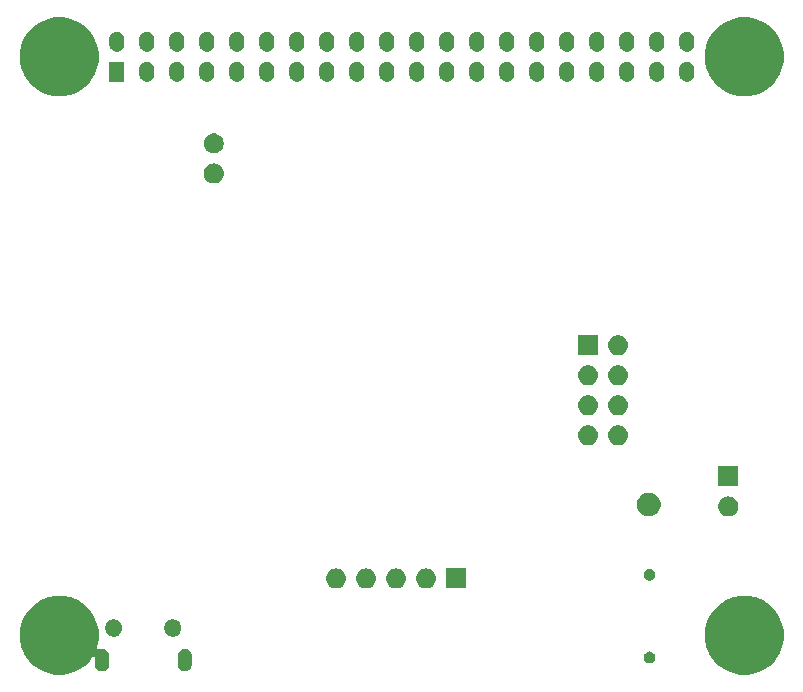
<source format=gbs>
G04 #@! TF.GenerationSoftware,KiCad,Pcbnew,(5.1.0)-1*
G04 #@! TF.CreationDate,2019-11-06T00:15:10-05:00*
G04 #@! TF.ProjectId,ESP32-Pi,45535033-322d-4506-992e-6b696361645f,1.0*
G04 #@! TF.SameCoordinates,Original*
G04 #@! TF.FileFunction,Soldermask,Bot*
G04 #@! TF.FilePolarity,Negative*
%FSLAX46Y46*%
G04 Gerber Fmt 4.6, Leading zero omitted, Abs format (unit mm)*
G04 Created by KiCad (PCBNEW (5.1.0)-1) date 2019-11-06 00:15:10*
%MOMM*%
%LPD*%
G04 APERTURE LIST*
%ADD10C,0.100000*%
G04 APERTURE END LIST*
D10*
G36*
X182213158Y-104861238D02*
G01*
X182822818Y-105113768D01*
X182822820Y-105113769D01*
X183371500Y-105480385D01*
X183838115Y-105947000D01*
X184204732Y-106495682D01*
X184457262Y-107105342D01*
X184586000Y-107752552D01*
X184586000Y-108412448D01*
X184457262Y-109059658D01*
X184244305Y-109573780D01*
X184204731Y-109669320D01*
X183838115Y-110218000D01*
X183371500Y-110684615D01*
X182822820Y-111051231D01*
X182822819Y-111051232D01*
X182822818Y-111051232D01*
X182213158Y-111303762D01*
X181565948Y-111432500D01*
X180906052Y-111432500D01*
X180258842Y-111303762D01*
X179649182Y-111051232D01*
X179649181Y-111051232D01*
X179649180Y-111051231D01*
X179100500Y-110684615D01*
X178633885Y-110218000D01*
X178267269Y-109669320D01*
X178227695Y-109573780D01*
X178014738Y-109059658D01*
X177886000Y-108412448D01*
X177886000Y-107752552D01*
X178014738Y-107105342D01*
X178267268Y-106495682D01*
X178633885Y-105947000D01*
X179100500Y-105480385D01*
X179649180Y-105113769D01*
X179649182Y-105113768D01*
X180258842Y-104861238D01*
X180906052Y-104732500D01*
X181565948Y-104732500D01*
X182213158Y-104861238D01*
X182213158Y-104861238D01*
G37*
G36*
X124213158Y-104861238D02*
G01*
X124822818Y-105113768D01*
X124822820Y-105113769D01*
X125371500Y-105480385D01*
X125838115Y-105947000D01*
X126204732Y-106495682D01*
X126457262Y-107105342D01*
X126586000Y-107752552D01*
X126586000Y-108412448D01*
X126457262Y-109059659D01*
X126444044Y-109091570D01*
X126436931Y-109115019D01*
X126434529Y-109139406D01*
X126436931Y-109163792D01*
X126444044Y-109187241D01*
X126455595Y-109208851D01*
X126471141Y-109227793D01*
X126490083Y-109243338D01*
X126511693Y-109254889D01*
X126535142Y-109262002D01*
X126559529Y-109264404D01*
X126583915Y-109262002D01*
X126607364Y-109254889D01*
X126618437Y-109249651D01*
X126622480Y-109247490D01*
X126735580Y-109213182D01*
X126853200Y-109201597D01*
X126970821Y-109213182D01*
X127083921Y-109247490D01*
X127188155Y-109303204D01*
X127279517Y-109378183D01*
X127354496Y-109469545D01*
X127410210Y-109573779D01*
X127444518Y-109686879D01*
X127453200Y-109775026D01*
X127453200Y-110533974D01*
X127444518Y-110622121D01*
X127410210Y-110735221D01*
X127354496Y-110839455D01*
X127279517Y-110930817D01*
X127188154Y-111005796D01*
X127083920Y-111061510D01*
X126970820Y-111095818D01*
X126853200Y-111107403D01*
X126735579Y-111095818D01*
X126622479Y-111061510D01*
X126518245Y-111005796D01*
X126426883Y-110930817D01*
X126351904Y-110839454D01*
X126296190Y-110735220D01*
X126261882Y-110622120D01*
X126253200Y-110533973D01*
X126253200Y-110008848D01*
X126250798Y-109984462D01*
X126243685Y-109961013D01*
X126232134Y-109939402D01*
X126216589Y-109920460D01*
X126197647Y-109904915D01*
X126176036Y-109893364D01*
X126152587Y-109886251D01*
X126128201Y-109883849D01*
X126103815Y-109886251D01*
X126080366Y-109893364D01*
X126058755Y-109904915D01*
X126039813Y-109920460D01*
X126024269Y-109939401D01*
X125838115Y-110218000D01*
X125371500Y-110684615D01*
X124822820Y-111051231D01*
X124822819Y-111051232D01*
X124822818Y-111051232D01*
X124213158Y-111303762D01*
X123565948Y-111432500D01*
X122906052Y-111432500D01*
X122258842Y-111303762D01*
X121649182Y-111051232D01*
X121649181Y-111051232D01*
X121649180Y-111051231D01*
X121100500Y-110684615D01*
X120633885Y-110218000D01*
X120267269Y-109669320D01*
X120227695Y-109573780D01*
X120014738Y-109059658D01*
X119886000Y-108412448D01*
X119886000Y-107752552D01*
X120014738Y-107105342D01*
X120267268Y-106495682D01*
X120633885Y-105947000D01*
X121100500Y-105480385D01*
X121649180Y-105113769D01*
X121649182Y-105113768D01*
X122258842Y-104861238D01*
X122906052Y-104732500D01*
X123565948Y-104732500D01*
X124213158Y-104861238D01*
X124213158Y-104861238D01*
G37*
G36*
X133970820Y-109213182D02*
G01*
X134083920Y-109247490D01*
X134188154Y-109303204D01*
X134279517Y-109378183D01*
X134354496Y-109469545D01*
X134410210Y-109573779D01*
X134444518Y-109686879D01*
X134453200Y-109775026D01*
X134453200Y-110533974D01*
X134444518Y-110622121D01*
X134410210Y-110735221D01*
X134354496Y-110839455D01*
X134279517Y-110930817D01*
X134188155Y-111005796D01*
X134083921Y-111061510D01*
X133970821Y-111095818D01*
X133853200Y-111107403D01*
X133735580Y-111095818D01*
X133622480Y-111061510D01*
X133518246Y-111005796D01*
X133426884Y-110930817D01*
X133351905Y-110839455D01*
X133296190Y-110735221D01*
X133261882Y-110622121D01*
X133253200Y-110533974D01*
X133253200Y-109775027D01*
X133261882Y-109686880D01*
X133296190Y-109573780D01*
X133351904Y-109469546D01*
X133426883Y-109378183D01*
X133518245Y-109303204D01*
X133622479Y-109247490D01*
X133735579Y-109213182D01*
X133853200Y-109201597D01*
X133970820Y-109213182D01*
X133970820Y-109213182D01*
G37*
G36*
X173348843Y-109463214D02*
G01*
X173439837Y-109500905D01*
X173439839Y-109500906D01*
X173521731Y-109555625D01*
X173591375Y-109625269D01*
X173632545Y-109686883D01*
X173646095Y-109707163D01*
X173683786Y-109798157D01*
X173703000Y-109894753D01*
X173703000Y-109993247D01*
X173683786Y-110089843D01*
X173683785Y-110089845D01*
X173646094Y-110180839D01*
X173591375Y-110262731D01*
X173521731Y-110332375D01*
X173439839Y-110387094D01*
X173439838Y-110387095D01*
X173439837Y-110387095D01*
X173348843Y-110424786D01*
X173252247Y-110444000D01*
X173153753Y-110444000D01*
X173057157Y-110424786D01*
X172966163Y-110387095D01*
X172966162Y-110387095D01*
X172966161Y-110387094D01*
X172884269Y-110332375D01*
X172814625Y-110262731D01*
X172759906Y-110180839D01*
X172722215Y-110089845D01*
X172722214Y-110089843D01*
X172703000Y-109993247D01*
X172703000Y-109894753D01*
X172722214Y-109798157D01*
X172759905Y-109707163D01*
X172773456Y-109686883D01*
X172814625Y-109625269D01*
X172884269Y-109555625D01*
X172966161Y-109500906D01*
X172966163Y-109500905D01*
X173057157Y-109463214D01*
X173153753Y-109444000D01*
X173252247Y-109444000D01*
X173348843Y-109463214D01*
X173348843Y-109463214D01*
G37*
G36*
X133064675Y-106757361D02*
G01*
X133196616Y-106812012D01*
X133315360Y-106891355D01*
X133416345Y-106992340D01*
X133495688Y-107111084D01*
X133550339Y-107243025D01*
X133578200Y-107383092D01*
X133578200Y-107525908D01*
X133550339Y-107665975D01*
X133495688Y-107797916D01*
X133416345Y-107916660D01*
X133315360Y-108017645D01*
X133196616Y-108096988D01*
X133064675Y-108151639D01*
X132924608Y-108179500D01*
X132781792Y-108179500D01*
X132641725Y-108151639D01*
X132509784Y-108096988D01*
X132391040Y-108017645D01*
X132290055Y-107916660D01*
X132210712Y-107797916D01*
X132156061Y-107665975D01*
X132128200Y-107525908D01*
X132128200Y-107383092D01*
X132156061Y-107243025D01*
X132210712Y-107111084D01*
X132290055Y-106992340D01*
X132391040Y-106891355D01*
X132509784Y-106812012D01*
X132641725Y-106757361D01*
X132781792Y-106729500D01*
X132924608Y-106729500D01*
X133064675Y-106757361D01*
X133064675Y-106757361D01*
G37*
G36*
X128064675Y-106757361D02*
G01*
X128196616Y-106812012D01*
X128315360Y-106891355D01*
X128416345Y-106992340D01*
X128495688Y-107111084D01*
X128550339Y-107243025D01*
X128578200Y-107383092D01*
X128578200Y-107525908D01*
X128550339Y-107665975D01*
X128495688Y-107797916D01*
X128416345Y-107916660D01*
X128315360Y-108017645D01*
X128196616Y-108096988D01*
X128064675Y-108151639D01*
X127924608Y-108179500D01*
X127781792Y-108179500D01*
X127641725Y-108151639D01*
X127509784Y-108096988D01*
X127391040Y-108017645D01*
X127290055Y-107916660D01*
X127210712Y-107797916D01*
X127156061Y-107665975D01*
X127128200Y-107525908D01*
X127128200Y-107383092D01*
X127156061Y-107243025D01*
X127210712Y-107111084D01*
X127290055Y-106992340D01*
X127391040Y-106891355D01*
X127509784Y-106812012D01*
X127641725Y-106757361D01*
X127781792Y-106729500D01*
X127924608Y-106729500D01*
X128064675Y-106757361D01*
X128064675Y-106757361D01*
G37*
G36*
X146826627Y-102426299D02*
G01*
X146906742Y-102450601D01*
X146986855Y-102474903D01*
X146986857Y-102474904D01*
X147134518Y-102553831D01*
X147263949Y-102660051D01*
X147370169Y-102789482D01*
X147449096Y-102937143D01*
X147497701Y-103097373D01*
X147514112Y-103264000D01*
X147497701Y-103430627D01*
X147449096Y-103590857D01*
X147370169Y-103738518D01*
X147263949Y-103867949D01*
X147134518Y-103974169D01*
X146986857Y-104053096D01*
X146986855Y-104053097D01*
X146906742Y-104077399D01*
X146826627Y-104101701D01*
X146701752Y-104114000D01*
X146618248Y-104114000D01*
X146493373Y-104101701D01*
X146413258Y-104077399D01*
X146333145Y-104053097D01*
X146333143Y-104053096D01*
X146185482Y-103974169D01*
X146056051Y-103867949D01*
X145949831Y-103738518D01*
X145870904Y-103590857D01*
X145822299Y-103430627D01*
X145805888Y-103264000D01*
X145822299Y-103097373D01*
X145870904Y-102937143D01*
X145949831Y-102789482D01*
X146056051Y-102660051D01*
X146185482Y-102553831D01*
X146333143Y-102474904D01*
X146333145Y-102474903D01*
X146413258Y-102450601D01*
X146493373Y-102426299D01*
X146618248Y-102414000D01*
X146701752Y-102414000D01*
X146826627Y-102426299D01*
X146826627Y-102426299D01*
G37*
G36*
X149366627Y-102426299D02*
G01*
X149446742Y-102450601D01*
X149526855Y-102474903D01*
X149526857Y-102474904D01*
X149674518Y-102553831D01*
X149803949Y-102660051D01*
X149910169Y-102789482D01*
X149989096Y-102937143D01*
X150037701Y-103097373D01*
X150054112Y-103264000D01*
X150037701Y-103430627D01*
X149989096Y-103590857D01*
X149910169Y-103738518D01*
X149803949Y-103867949D01*
X149674518Y-103974169D01*
X149526857Y-104053096D01*
X149526855Y-104053097D01*
X149446742Y-104077399D01*
X149366627Y-104101701D01*
X149241752Y-104114000D01*
X149158248Y-104114000D01*
X149033373Y-104101701D01*
X148953258Y-104077399D01*
X148873145Y-104053097D01*
X148873143Y-104053096D01*
X148725482Y-103974169D01*
X148596051Y-103867949D01*
X148489831Y-103738518D01*
X148410904Y-103590857D01*
X148362299Y-103430627D01*
X148345888Y-103264000D01*
X148362299Y-103097373D01*
X148410904Y-102937143D01*
X148489831Y-102789482D01*
X148596051Y-102660051D01*
X148725482Y-102553831D01*
X148873143Y-102474904D01*
X148873145Y-102474903D01*
X148953258Y-102450601D01*
X149033373Y-102426299D01*
X149158248Y-102414000D01*
X149241752Y-102414000D01*
X149366627Y-102426299D01*
X149366627Y-102426299D01*
G37*
G36*
X151906627Y-102426299D02*
G01*
X151986742Y-102450601D01*
X152066855Y-102474903D01*
X152066857Y-102474904D01*
X152214518Y-102553831D01*
X152343949Y-102660051D01*
X152450169Y-102789482D01*
X152529096Y-102937143D01*
X152577701Y-103097373D01*
X152594112Y-103264000D01*
X152577701Y-103430627D01*
X152529096Y-103590857D01*
X152450169Y-103738518D01*
X152343949Y-103867949D01*
X152214518Y-103974169D01*
X152066857Y-104053096D01*
X152066855Y-104053097D01*
X151986742Y-104077399D01*
X151906627Y-104101701D01*
X151781752Y-104114000D01*
X151698248Y-104114000D01*
X151573373Y-104101701D01*
X151493258Y-104077399D01*
X151413145Y-104053097D01*
X151413143Y-104053096D01*
X151265482Y-103974169D01*
X151136051Y-103867949D01*
X151029831Y-103738518D01*
X150950904Y-103590857D01*
X150902299Y-103430627D01*
X150885888Y-103264000D01*
X150902299Y-103097373D01*
X150950904Y-102937143D01*
X151029831Y-102789482D01*
X151136051Y-102660051D01*
X151265482Y-102553831D01*
X151413143Y-102474904D01*
X151413145Y-102474903D01*
X151493258Y-102450601D01*
X151573373Y-102426299D01*
X151698248Y-102414000D01*
X151781752Y-102414000D01*
X151906627Y-102426299D01*
X151906627Y-102426299D01*
G37*
G36*
X154446627Y-102426299D02*
G01*
X154526742Y-102450601D01*
X154606855Y-102474903D01*
X154606857Y-102474904D01*
X154754518Y-102553831D01*
X154883949Y-102660051D01*
X154990169Y-102789482D01*
X155069096Y-102937143D01*
X155117701Y-103097373D01*
X155134112Y-103264000D01*
X155117701Y-103430627D01*
X155069096Y-103590857D01*
X154990169Y-103738518D01*
X154883949Y-103867949D01*
X154754518Y-103974169D01*
X154606857Y-104053096D01*
X154606855Y-104053097D01*
X154526742Y-104077399D01*
X154446627Y-104101701D01*
X154321752Y-104114000D01*
X154238248Y-104114000D01*
X154113373Y-104101701D01*
X154033258Y-104077399D01*
X153953145Y-104053097D01*
X153953143Y-104053096D01*
X153805482Y-103974169D01*
X153676051Y-103867949D01*
X153569831Y-103738518D01*
X153490904Y-103590857D01*
X153442299Y-103430627D01*
X153425888Y-103264000D01*
X153442299Y-103097373D01*
X153490904Y-102937143D01*
X153569831Y-102789482D01*
X153676051Y-102660051D01*
X153805482Y-102553831D01*
X153953143Y-102474904D01*
X153953145Y-102474903D01*
X154033258Y-102450601D01*
X154113373Y-102426299D01*
X154238248Y-102414000D01*
X154321752Y-102414000D01*
X154446627Y-102426299D01*
X154446627Y-102426299D01*
G37*
G36*
X157670000Y-104114000D02*
G01*
X155970000Y-104114000D01*
X155970000Y-102414000D01*
X157670000Y-102414000D01*
X157670000Y-104114000D01*
X157670000Y-104114000D01*
G37*
G36*
X173348843Y-102463214D02*
G01*
X173377065Y-102474904D01*
X173439839Y-102500906D01*
X173481063Y-102528451D01*
X173521730Y-102555624D01*
X173591376Y-102625270D01*
X173646095Y-102707163D01*
X173683786Y-102798157D01*
X173703000Y-102894753D01*
X173703000Y-102993247D01*
X173683786Y-103089843D01*
X173683785Y-103089845D01*
X173646094Y-103180839D01*
X173591375Y-103262731D01*
X173521731Y-103332375D01*
X173439839Y-103387094D01*
X173439838Y-103387095D01*
X173439837Y-103387095D01*
X173348843Y-103424786D01*
X173252247Y-103444000D01*
X173153753Y-103444000D01*
X173057157Y-103424786D01*
X172966163Y-103387095D01*
X172966162Y-103387095D01*
X172966161Y-103387094D01*
X172884269Y-103332375D01*
X172814625Y-103262731D01*
X172759906Y-103180839D01*
X172722215Y-103089845D01*
X172722214Y-103089843D01*
X172703000Y-102993247D01*
X172703000Y-102894753D01*
X172722214Y-102798157D01*
X172759905Y-102707163D01*
X172814624Y-102625270D01*
X172884270Y-102555624D01*
X172924937Y-102528451D01*
X172966161Y-102500906D01*
X173028935Y-102474904D01*
X173057157Y-102463214D01*
X173153753Y-102444000D01*
X173252247Y-102444000D01*
X173348843Y-102463214D01*
X173348843Y-102463214D01*
G37*
G36*
X180037127Y-96330299D02*
G01*
X180117242Y-96354602D01*
X180197355Y-96378903D01*
X180197357Y-96378904D01*
X180345018Y-96457831D01*
X180474449Y-96564051D01*
X180580668Y-96693481D01*
X180659597Y-96841145D01*
X180683899Y-96921258D01*
X180708201Y-97001373D01*
X180724612Y-97168000D01*
X180708201Y-97334627D01*
X180708200Y-97334629D01*
X180665142Y-97476576D01*
X180659596Y-97494857D01*
X180580669Y-97642518D01*
X180474449Y-97771949D01*
X180345018Y-97878169D01*
X180197357Y-97957096D01*
X180197355Y-97957097D01*
X180117242Y-97981398D01*
X180037127Y-98005701D01*
X179912252Y-98018000D01*
X179828748Y-98018000D01*
X179703873Y-98005701D01*
X179623758Y-97981398D01*
X179543645Y-97957097D01*
X179543643Y-97957096D01*
X179395982Y-97878169D01*
X179266551Y-97771949D01*
X179160331Y-97642518D01*
X179081404Y-97494857D01*
X179075859Y-97476576D01*
X179032800Y-97334629D01*
X179032799Y-97334627D01*
X179016388Y-97168000D01*
X179032799Y-97001373D01*
X179057101Y-96921258D01*
X179081403Y-96841145D01*
X179160332Y-96693481D01*
X179266551Y-96564051D01*
X179395982Y-96457831D01*
X179543643Y-96378904D01*
X179543645Y-96378903D01*
X179623758Y-96354602D01*
X179703873Y-96330299D01*
X179828748Y-96318000D01*
X179912252Y-96318000D01*
X180037127Y-96330299D01*
X180037127Y-96330299D01*
G37*
G36*
X173366790Y-96028519D02*
G01*
X173431189Y-96041329D01*
X173613178Y-96116711D01*
X173776963Y-96226149D01*
X173916251Y-96365437D01*
X174025689Y-96529222D01*
X174101071Y-96711211D01*
X174139500Y-96904409D01*
X174139500Y-97101391D01*
X174101071Y-97294589D01*
X174025689Y-97476578D01*
X173916251Y-97640363D01*
X173776963Y-97779651D01*
X173613178Y-97889089D01*
X173431189Y-97964471D01*
X173366790Y-97977281D01*
X173237993Y-98002900D01*
X173041007Y-98002900D01*
X172912210Y-97977281D01*
X172847811Y-97964471D01*
X172665822Y-97889089D01*
X172502037Y-97779651D01*
X172362749Y-97640363D01*
X172253311Y-97476578D01*
X172177929Y-97294589D01*
X172139500Y-97101391D01*
X172139500Y-96904409D01*
X172177929Y-96711211D01*
X172253311Y-96529222D01*
X172362749Y-96365437D01*
X172502037Y-96226149D01*
X172665822Y-96116711D01*
X172847811Y-96041329D01*
X172912210Y-96028519D01*
X173041007Y-96002900D01*
X173237993Y-96002900D01*
X173366790Y-96028519D01*
X173366790Y-96028519D01*
G37*
G36*
X180720500Y-95478000D02*
G01*
X179020500Y-95478000D01*
X179020500Y-93778000D01*
X180720500Y-93778000D01*
X180720500Y-95478000D01*
X180720500Y-95478000D01*
G37*
G36*
X170702627Y-90297799D02*
G01*
X170782742Y-90322101D01*
X170862855Y-90346403D01*
X170862857Y-90346404D01*
X171010518Y-90425331D01*
X171139949Y-90531551D01*
X171246169Y-90660982D01*
X171325096Y-90808643D01*
X171373701Y-90968873D01*
X171390112Y-91135500D01*
X171373701Y-91302127D01*
X171325096Y-91462357D01*
X171246169Y-91610018D01*
X171139949Y-91739449D01*
X171010518Y-91845669D01*
X170862857Y-91924596D01*
X170862855Y-91924597D01*
X170782742Y-91948899D01*
X170702627Y-91973201D01*
X170577752Y-91985500D01*
X170494248Y-91985500D01*
X170369373Y-91973201D01*
X170289258Y-91948899D01*
X170209145Y-91924597D01*
X170209143Y-91924596D01*
X170061482Y-91845669D01*
X169932051Y-91739449D01*
X169825831Y-91610018D01*
X169746904Y-91462357D01*
X169698299Y-91302127D01*
X169681888Y-91135500D01*
X169698299Y-90968873D01*
X169746904Y-90808643D01*
X169825831Y-90660982D01*
X169932051Y-90531551D01*
X170061482Y-90425331D01*
X170209143Y-90346404D01*
X170209145Y-90346403D01*
X170289258Y-90322101D01*
X170369373Y-90297799D01*
X170494248Y-90285500D01*
X170577752Y-90285500D01*
X170702627Y-90297799D01*
X170702627Y-90297799D01*
G37*
G36*
X168162627Y-90297799D02*
G01*
X168242742Y-90322101D01*
X168322855Y-90346403D01*
X168322857Y-90346404D01*
X168470518Y-90425331D01*
X168599949Y-90531551D01*
X168706169Y-90660982D01*
X168785096Y-90808643D01*
X168833701Y-90968873D01*
X168850112Y-91135500D01*
X168833701Y-91302127D01*
X168785096Y-91462357D01*
X168706169Y-91610018D01*
X168599949Y-91739449D01*
X168470518Y-91845669D01*
X168322857Y-91924596D01*
X168322855Y-91924597D01*
X168242742Y-91948899D01*
X168162627Y-91973201D01*
X168037752Y-91985500D01*
X167954248Y-91985500D01*
X167829373Y-91973201D01*
X167749258Y-91948899D01*
X167669145Y-91924597D01*
X167669143Y-91924596D01*
X167521482Y-91845669D01*
X167392051Y-91739449D01*
X167285831Y-91610018D01*
X167206904Y-91462357D01*
X167158299Y-91302127D01*
X167141888Y-91135500D01*
X167158299Y-90968873D01*
X167206904Y-90808643D01*
X167285831Y-90660982D01*
X167392051Y-90531551D01*
X167521482Y-90425331D01*
X167669143Y-90346404D01*
X167669145Y-90346403D01*
X167749258Y-90322101D01*
X167829373Y-90297799D01*
X167954248Y-90285500D01*
X168037752Y-90285500D01*
X168162627Y-90297799D01*
X168162627Y-90297799D01*
G37*
G36*
X168162627Y-87757799D02*
G01*
X168242742Y-87782101D01*
X168322855Y-87806403D01*
X168322857Y-87806404D01*
X168470518Y-87885331D01*
X168599949Y-87991551D01*
X168706169Y-88120982D01*
X168785096Y-88268643D01*
X168833701Y-88428873D01*
X168850112Y-88595500D01*
X168833701Y-88762127D01*
X168785096Y-88922357D01*
X168706169Y-89070018D01*
X168599949Y-89199449D01*
X168470518Y-89305669D01*
X168322857Y-89384596D01*
X168322855Y-89384597D01*
X168242742Y-89408899D01*
X168162627Y-89433201D01*
X168037752Y-89445500D01*
X167954248Y-89445500D01*
X167829373Y-89433201D01*
X167749258Y-89408899D01*
X167669145Y-89384597D01*
X167669143Y-89384596D01*
X167521482Y-89305669D01*
X167392051Y-89199449D01*
X167285831Y-89070018D01*
X167206904Y-88922357D01*
X167158299Y-88762127D01*
X167141888Y-88595500D01*
X167158299Y-88428873D01*
X167206904Y-88268643D01*
X167285831Y-88120982D01*
X167392051Y-87991551D01*
X167521482Y-87885331D01*
X167669143Y-87806404D01*
X167669145Y-87806403D01*
X167749258Y-87782101D01*
X167829373Y-87757799D01*
X167954248Y-87745500D01*
X168037752Y-87745500D01*
X168162627Y-87757799D01*
X168162627Y-87757799D01*
G37*
G36*
X170702627Y-87757799D02*
G01*
X170782742Y-87782101D01*
X170862855Y-87806403D01*
X170862857Y-87806404D01*
X171010518Y-87885331D01*
X171139949Y-87991551D01*
X171246169Y-88120982D01*
X171325096Y-88268643D01*
X171373701Y-88428873D01*
X171390112Y-88595500D01*
X171373701Y-88762127D01*
X171325096Y-88922357D01*
X171246169Y-89070018D01*
X171139949Y-89199449D01*
X171010518Y-89305669D01*
X170862857Y-89384596D01*
X170862855Y-89384597D01*
X170782742Y-89408899D01*
X170702627Y-89433201D01*
X170577752Y-89445500D01*
X170494248Y-89445500D01*
X170369373Y-89433201D01*
X170289258Y-89408899D01*
X170209145Y-89384597D01*
X170209143Y-89384596D01*
X170061482Y-89305669D01*
X169932051Y-89199449D01*
X169825831Y-89070018D01*
X169746904Y-88922357D01*
X169698299Y-88762127D01*
X169681888Y-88595500D01*
X169698299Y-88428873D01*
X169746904Y-88268643D01*
X169825831Y-88120982D01*
X169932051Y-87991551D01*
X170061482Y-87885331D01*
X170209143Y-87806404D01*
X170209145Y-87806403D01*
X170289258Y-87782101D01*
X170369373Y-87757799D01*
X170494248Y-87745500D01*
X170577752Y-87745500D01*
X170702627Y-87757799D01*
X170702627Y-87757799D01*
G37*
G36*
X168162627Y-85217799D02*
G01*
X168242742Y-85242101D01*
X168322855Y-85266403D01*
X168322857Y-85266404D01*
X168470518Y-85345331D01*
X168599949Y-85451551D01*
X168706169Y-85580982D01*
X168785096Y-85728643D01*
X168833701Y-85888873D01*
X168850112Y-86055500D01*
X168833701Y-86222127D01*
X168785096Y-86382357D01*
X168706169Y-86530018D01*
X168599949Y-86659449D01*
X168470518Y-86765669D01*
X168322857Y-86844596D01*
X168322855Y-86844597D01*
X168242742Y-86868899D01*
X168162627Y-86893201D01*
X168037752Y-86905500D01*
X167954248Y-86905500D01*
X167829373Y-86893201D01*
X167749258Y-86868899D01*
X167669145Y-86844597D01*
X167669143Y-86844596D01*
X167521482Y-86765669D01*
X167392051Y-86659449D01*
X167285831Y-86530018D01*
X167206904Y-86382357D01*
X167158299Y-86222127D01*
X167141888Y-86055500D01*
X167158299Y-85888873D01*
X167206904Y-85728643D01*
X167285831Y-85580982D01*
X167392051Y-85451551D01*
X167521482Y-85345331D01*
X167669143Y-85266404D01*
X167669145Y-85266403D01*
X167749258Y-85242101D01*
X167829373Y-85217799D01*
X167954248Y-85205500D01*
X168037752Y-85205500D01*
X168162627Y-85217799D01*
X168162627Y-85217799D01*
G37*
G36*
X170702627Y-85217799D02*
G01*
X170782742Y-85242101D01*
X170862855Y-85266403D01*
X170862857Y-85266404D01*
X171010518Y-85345331D01*
X171139949Y-85451551D01*
X171246169Y-85580982D01*
X171325096Y-85728643D01*
X171373701Y-85888873D01*
X171390112Y-86055500D01*
X171373701Y-86222127D01*
X171325096Y-86382357D01*
X171246169Y-86530018D01*
X171139949Y-86659449D01*
X171010518Y-86765669D01*
X170862857Y-86844596D01*
X170862855Y-86844597D01*
X170782742Y-86868899D01*
X170702627Y-86893201D01*
X170577752Y-86905500D01*
X170494248Y-86905500D01*
X170369373Y-86893201D01*
X170289258Y-86868899D01*
X170209145Y-86844597D01*
X170209143Y-86844596D01*
X170061482Y-86765669D01*
X169932051Y-86659449D01*
X169825831Y-86530018D01*
X169746904Y-86382357D01*
X169698299Y-86222127D01*
X169681888Y-86055500D01*
X169698299Y-85888873D01*
X169746904Y-85728643D01*
X169825831Y-85580982D01*
X169932051Y-85451551D01*
X170061482Y-85345331D01*
X170209143Y-85266404D01*
X170209145Y-85266403D01*
X170289258Y-85242101D01*
X170369373Y-85217799D01*
X170494248Y-85205500D01*
X170577752Y-85205500D01*
X170702627Y-85217799D01*
X170702627Y-85217799D01*
G37*
G36*
X170702627Y-82677799D02*
G01*
X170782742Y-82702102D01*
X170862855Y-82726403D01*
X170862857Y-82726404D01*
X171010518Y-82805331D01*
X171139949Y-82911551D01*
X171246169Y-83040982D01*
X171325096Y-83188643D01*
X171373701Y-83348873D01*
X171390112Y-83515500D01*
X171373701Y-83682127D01*
X171325096Y-83842357D01*
X171246169Y-83990018D01*
X171139949Y-84119449D01*
X171010518Y-84225669D01*
X170862857Y-84304596D01*
X170862855Y-84304597D01*
X170782742Y-84328898D01*
X170702627Y-84353201D01*
X170577752Y-84365500D01*
X170494248Y-84365500D01*
X170369373Y-84353201D01*
X170289258Y-84328898D01*
X170209145Y-84304597D01*
X170209143Y-84304596D01*
X170061482Y-84225669D01*
X169932051Y-84119449D01*
X169825831Y-83990018D01*
X169746904Y-83842357D01*
X169698299Y-83682127D01*
X169681888Y-83515500D01*
X169698299Y-83348873D01*
X169746904Y-83188643D01*
X169825831Y-83040982D01*
X169932051Y-82911551D01*
X170061482Y-82805331D01*
X170209143Y-82726404D01*
X170209145Y-82726403D01*
X170289258Y-82702102D01*
X170369373Y-82677799D01*
X170494248Y-82665500D01*
X170577752Y-82665500D01*
X170702627Y-82677799D01*
X170702627Y-82677799D01*
G37*
G36*
X168846000Y-84365500D02*
G01*
X167146000Y-84365500D01*
X167146000Y-82665500D01*
X168846000Y-82665500D01*
X168846000Y-84365500D01*
X168846000Y-84365500D01*
G37*
G36*
X136476127Y-68136299D02*
G01*
X136556242Y-68160602D01*
X136636355Y-68184903D01*
X136636357Y-68184904D01*
X136784018Y-68263831D01*
X136913449Y-68370051D01*
X137019669Y-68499482D01*
X137098596Y-68647143D01*
X137147201Y-68807373D01*
X137163612Y-68974000D01*
X137147201Y-69140627D01*
X137098596Y-69300857D01*
X137019669Y-69448518D01*
X136913449Y-69577949D01*
X136784018Y-69684169D01*
X136636357Y-69763096D01*
X136636355Y-69763097D01*
X136556242Y-69787399D01*
X136476127Y-69811701D01*
X136351252Y-69824000D01*
X136267748Y-69824000D01*
X136142873Y-69811701D01*
X136062758Y-69787399D01*
X135982645Y-69763097D01*
X135982643Y-69763096D01*
X135834982Y-69684169D01*
X135705551Y-69577949D01*
X135599331Y-69448518D01*
X135520404Y-69300857D01*
X135471799Y-69140627D01*
X135455388Y-68974000D01*
X135471799Y-68807373D01*
X135520404Y-68647143D01*
X135599331Y-68499482D01*
X135705551Y-68370051D01*
X135834982Y-68263831D01*
X135982643Y-68184904D01*
X135982645Y-68184903D01*
X136062758Y-68160602D01*
X136142873Y-68136299D01*
X136267748Y-68124000D01*
X136351252Y-68124000D01*
X136476127Y-68136299D01*
X136476127Y-68136299D01*
G37*
G36*
X136557435Y-65616664D02*
G01*
X136712124Y-65680739D01*
X136712126Y-65680740D01*
X136851344Y-65773762D01*
X136969738Y-65892156D01*
X137062760Y-66031374D01*
X137062761Y-66031376D01*
X137126836Y-66186065D01*
X137159500Y-66350281D01*
X137159500Y-66517719D01*
X137126836Y-66681935D01*
X137062761Y-66836624D01*
X137062760Y-66836626D01*
X136969738Y-66975844D01*
X136851344Y-67094238D01*
X136712126Y-67187260D01*
X136712125Y-67187261D01*
X136712124Y-67187261D01*
X136557435Y-67251336D01*
X136393219Y-67284000D01*
X136225781Y-67284000D01*
X136061565Y-67251336D01*
X135906876Y-67187261D01*
X135906875Y-67187261D01*
X135906874Y-67187260D01*
X135767656Y-67094238D01*
X135649262Y-66975844D01*
X135556240Y-66836626D01*
X135556239Y-66836624D01*
X135492164Y-66681935D01*
X135459500Y-66517719D01*
X135459500Y-66350281D01*
X135492164Y-66186065D01*
X135556239Y-66031376D01*
X135556240Y-66031374D01*
X135649262Y-65892156D01*
X135767656Y-65773762D01*
X135906874Y-65680740D01*
X135906876Y-65680739D01*
X136061565Y-65616664D01*
X136225781Y-65584000D01*
X136393219Y-65584000D01*
X136557435Y-65616664D01*
X136557435Y-65616664D01*
G37*
G36*
X124213158Y-55861238D02*
G01*
X124822818Y-56113768D01*
X124822820Y-56113769D01*
X125371500Y-56480385D01*
X125838115Y-56947000D01*
X126197648Y-57485079D01*
X126204732Y-57495682D01*
X126457262Y-58105342D01*
X126586000Y-58752552D01*
X126586000Y-59412448D01*
X126457262Y-60059658D01*
X126239896Y-60584424D01*
X126204731Y-60669320D01*
X125838115Y-61218000D01*
X125371500Y-61684615D01*
X124822820Y-62051231D01*
X124822819Y-62051232D01*
X124822818Y-62051232D01*
X124213158Y-62303762D01*
X123565948Y-62432500D01*
X122906052Y-62432500D01*
X122258842Y-62303762D01*
X121649182Y-62051232D01*
X121649181Y-62051232D01*
X121649180Y-62051231D01*
X121100500Y-61684615D01*
X120633885Y-61218000D01*
X120267269Y-60669320D01*
X120232104Y-60584424D01*
X120014738Y-60059658D01*
X119886000Y-59412448D01*
X119886000Y-58752552D01*
X120014738Y-58105342D01*
X120267268Y-57495682D01*
X120274353Y-57485079D01*
X120633885Y-56947000D01*
X121100500Y-56480385D01*
X121649180Y-56113769D01*
X121649182Y-56113768D01*
X122258842Y-55861238D01*
X122906052Y-55732500D01*
X123565948Y-55732500D01*
X124213158Y-55861238D01*
X124213158Y-55861238D01*
G37*
G36*
X182213158Y-55861238D02*
G01*
X182822818Y-56113768D01*
X182822820Y-56113769D01*
X183371500Y-56480385D01*
X183838115Y-56947000D01*
X184197648Y-57485079D01*
X184204732Y-57495682D01*
X184457262Y-58105342D01*
X184586000Y-58752552D01*
X184586000Y-59412448D01*
X184457262Y-60059658D01*
X184239896Y-60584424D01*
X184204731Y-60669320D01*
X183838115Y-61218000D01*
X183371500Y-61684615D01*
X182822820Y-62051231D01*
X182822819Y-62051232D01*
X182822818Y-62051232D01*
X182213158Y-62303762D01*
X181565948Y-62432500D01*
X180906052Y-62432500D01*
X180258842Y-62303762D01*
X179649182Y-62051232D01*
X179649181Y-62051232D01*
X179649180Y-62051231D01*
X179100500Y-61684615D01*
X178633885Y-61218000D01*
X178267269Y-60669320D01*
X178232104Y-60584424D01*
X178014738Y-60059658D01*
X177886000Y-59412448D01*
X177886000Y-58752552D01*
X178014738Y-58105342D01*
X178267268Y-57495682D01*
X178274353Y-57485079D01*
X178633885Y-56947000D01*
X179100500Y-56480385D01*
X179649180Y-56113769D01*
X179649182Y-56113768D01*
X180258842Y-55861238D01*
X180906052Y-55732500D01*
X181565948Y-55732500D01*
X182213158Y-55861238D01*
X182213158Y-55861238D01*
G37*
G36*
X156161997Y-59510780D02*
G01*
X156173422Y-59511905D01*
X156234684Y-59530489D01*
X156295947Y-59549073D01*
X156408867Y-59609430D01*
X156507843Y-59690657D01*
X156589070Y-59789632D01*
X156649427Y-59902552D01*
X156686595Y-60025078D01*
X156696000Y-60120568D01*
X156696000Y-60584431D01*
X156686595Y-60679922D01*
X156649427Y-60802448D01*
X156589070Y-60915368D01*
X156507843Y-61014343D01*
X156408868Y-61095570D01*
X156295948Y-61155927D01*
X156234685Y-61174511D01*
X156173423Y-61193095D01*
X156161998Y-61194220D01*
X156046000Y-61205645D01*
X155930003Y-61194220D01*
X155918578Y-61193095D01*
X155857316Y-61174511D01*
X155796053Y-61155927D01*
X155683133Y-61095570D01*
X155584158Y-61014343D01*
X155502930Y-60915368D01*
X155442573Y-60802448D01*
X155405405Y-60679922D01*
X155396000Y-60584432D01*
X155396000Y-60120569D01*
X155405405Y-60025079D01*
X155405406Y-60025077D01*
X155442573Y-59902554D01*
X155442573Y-59902553D01*
X155502930Y-59789633D01*
X155584157Y-59690657D01*
X155683132Y-59609430D01*
X155796052Y-59549073D01*
X155857315Y-59530489D01*
X155918577Y-59511905D01*
X155930002Y-59510780D01*
X156046000Y-59499355D01*
X156161997Y-59510780D01*
X156161997Y-59510780D01*
G37*
G36*
X158701997Y-59510780D02*
G01*
X158713422Y-59511905D01*
X158774684Y-59530489D01*
X158835947Y-59549073D01*
X158948867Y-59609430D01*
X159047843Y-59690657D01*
X159129070Y-59789632D01*
X159189427Y-59902552D01*
X159226595Y-60025078D01*
X159236000Y-60120568D01*
X159236000Y-60584431D01*
X159226595Y-60679922D01*
X159189427Y-60802448D01*
X159129070Y-60915368D01*
X159047843Y-61014343D01*
X158948868Y-61095570D01*
X158835948Y-61155927D01*
X158774685Y-61174511D01*
X158713423Y-61193095D01*
X158701998Y-61194220D01*
X158586000Y-61205645D01*
X158470003Y-61194220D01*
X158458578Y-61193095D01*
X158397316Y-61174511D01*
X158336053Y-61155927D01*
X158223133Y-61095570D01*
X158124158Y-61014343D01*
X158042930Y-60915368D01*
X157982573Y-60802448D01*
X157945405Y-60679922D01*
X157936000Y-60584432D01*
X157936000Y-60120569D01*
X157945405Y-60025079D01*
X157945406Y-60025077D01*
X157982573Y-59902554D01*
X157982573Y-59902553D01*
X158042930Y-59789633D01*
X158124157Y-59690657D01*
X158223132Y-59609430D01*
X158336052Y-59549073D01*
X158397315Y-59530489D01*
X158458577Y-59511905D01*
X158470002Y-59510780D01*
X158586000Y-59499355D01*
X158701997Y-59510780D01*
X158701997Y-59510780D01*
G37*
G36*
X161241997Y-59510780D02*
G01*
X161253422Y-59511905D01*
X161314684Y-59530489D01*
X161375947Y-59549073D01*
X161488867Y-59609430D01*
X161587843Y-59690657D01*
X161669070Y-59789632D01*
X161729427Y-59902552D01*
X161766595Y-60025078D01*
X161776000Y-60120568D01*
X161776000Y-60584431D01*
X161766595Y-60679922D01*
X161729427Y-60802448D01*
X161669070Y-60915368D01*
X161587843Y-61014343D01*
X161488868Y-61095570D01*
X161375948Y-61155927D01*
X161314685Y-61174511D01*
X161253423Y-61193095D01*
X161241998Y-61194220D01*
X161126000Y-61205645D01*
X161010003Y-61194220D01*
X160998578Y-61193095D01*
X160937316Y-61174511D01*
X160876053Y-61155927D01*
X160763133Y-61095570D01*
X160664158Y-61014343D01*
X160582930Y-60915368D01*
X160522573Y-60802448D01*
X160485405Y-60679922D01*
X160476000Y-60584432D01*
X160476000Y-60120569D01*
X160485405Y-60025079D01*
X160485406Y-60025077D01*
X160522573Y-59902554D01*
X160522573Y-59902553D01*
X160582930Y-59789633D01*
X160664157Y-59690657D01*
X160763132Y-59609430D01*
X160876052Y-59549073D01*
X160937315Y-59530489D01*
X160998577Y-59511905D01*
X161010002Y-59510780D01*
X161126000Y-59499355D01*
X161241997Y-59510780D01*
X161241997Y-59510780D01*
G37*
G36*
X163781997Y-59510780D02*
G01*
X163793422Y-59511905D01*
X163854684Y-59530489D01*
X163915947Y-59549073D01*
X164028867Y-59609430D01*
X164127843Y-59690657D01*
X164209070Y-59789632D01*
X164269427Y-59902552D01*
X164306595Y-60025078D01*
X164316000Y-60120568D01*
X164316000Y-60584431D01*
X164306595Y-60679922D01*
X164269427Y-60802448D01*
X164209070Y-60915368D01*
X164127843Y-61014343D01*
X164028868Y-61095570D01*
X163915948Y-61155927D01*
X163854685Y-61174511D01*
X163793423Y-61193095D01*
X163781998Y-61194220D01*
X163666000Y-61205645D01*
X163550003Y-61194220D01*
X163538578Y-61193095D01*
X163477316Y-61174511D01*
X163416053Y-61155927D01*
X163303133Y-61095570D01*
X163204158Y-61014343D01*
X163122930Y-60915368D01*
X163062573Y-60802448D01*
X163025405Y-60679922D01*
X163016000Y-60584432D01*
X163016000Y-60120569D01*
X163025405Y-60025079D01*
X163025406Y-60025077D01*
X163062573Y-59902554D01*
X163062573Y-59902553D01*
X163122930Y-59789633D01*
X163204157Y-59690657D01*
X163303132Y-59609430D01*
X163416052Y-59549073D01*
X163477315Y-59530489D01*
X163538577Y-59511905D01*
X163550002Y-59510780D01*
X163666000Y-59499355D01*
X163781997Y-59510780D01*
X163781997Y-59510780D01*
G37*
G36*
X135841997Y-59510780D02*
G01*
X135853422Y-59511905D01*
X135914684Y-59530489D01*
X135975947Y-59549073D01*
X136088867Y-59609430D01*
X136187843Y-59690657D01*
X136269070Y-59789632D01*
X136329427Y-59902552D01*
X136366595Y-60025078D01*
X136376000Y-60120568D01*
X136376000Y-60584431D01*
X136366595Y-60679922D01*
X136329427Y-60802448D01*
X136269070Y-60915368D01*
X136187843Y-61014343D01*
X136088868Y-61095570D01*
X135975948Y-61155927D01*
X135914685Y-61174511D01*
X135853423Y-61193095D01*
X135841998Y-61194220D01*
X135726000Y-61205645D01*
X135610003Y-61194220D01*
X135598578Y-61193095D01*
X135537316Y-61174511D01*
X135476053Y-61155927D01*
X135363133Y-61095570D01*
X135264158Y-61014343D01*
X135182930Y-60915368D01*
X135122573Y-60802448D01*
X135085405Y-60679922D01*
X135076000Y-60584432D01*
X135076000Y-60120569D01*
X135085405Y-60025079D01*
X135085406Y-60025077D01*
X135122573Y-59902554D01*
X135122573Y-59902553D01*
X135182930Y-59789633D01*
X135264157Y-59690657D01*
X135363132Y-59609430D01*
X135476052Y-59549073D01*
X135537315Y-59530489D01*
X135598577Y-59511905D01*
X135610002Y-59510780D01*
X135726000Y-59499355D01*
X135841997Y-59510780D01*
X135841997Y-59510780D01*
G37*
G36*
X166321997Y-59510780D02*
G01*
X166333422Y-59511905D01*
X166394684Y-59530489D01*
X166455947Y-59549073D01*
X166568867Y-59609430D01*
X166667843Y-59690657D01*
X166749070Y-59789632D01*
X166809427Y-59902552D01*
X166846595Y-60025078D01*
X166856000Y-60120568D01*
X166856000Y-60584431D01*
X166846595Y-60679922D01*
X166809427Y-60802448D01*
X166749070Y-60915368D01*
X166667843Y-61014343D01*
X166568868Y-61095570D01*
X166455948Y-61155927D01*
X166394685Y-61174511D01*
X166333423Y-61193095D01*
X166321998Y-61194220D01*
X166206000Y-61205645D01*
X166090003Y-61194220D01*
X166078578Y-61193095D01*
X166017316Y-61174511D01*
X165956053Y-61155927D01*
X165843133Y-61095570D01*
X165744158Y-61014343D01*
X165662930Y-60915368D01*
X165602573Y-60802448D01*
X165565405Y-60679922D01*
X165556000Y-60584432D01*
X165556000Y-60120569D01*
X165565405Y-60025079D01*
X165565406Y-60025077D01*
X165602573Y-59902554D01*
X165602573Y-59902553D01*
X165662930Y-59789633D01*
X165744157Y-59690657D01*
X165843132Y-59609430D01*
X165956052Y-59549073D01*
X166017315Y-59530489D01*
X166078577Y-59511905D01*
X166090002Y-59510780D01*
X166206000Y-59499355D01*
X166321997Y-59510780D01*
X166321997Y-59510780D01*
G37*
G36*
X168861997Y-59510780D02*
G01*
X168873422Y-59511905D01*
X168934684Y-59530489D01*
X168995947Y-59549073D01*
X169108867Y-59609430D01*
X169207843Y-59690657D01*
X169289070Y-59789632D01*
X169349427Y-59902552D01*
X169386595Y-60025078D01*
X169396000Y-60120568D01*
X169396000Y-60584431D01*
X169386595Y-60679922D01*
X169349427Y-60802448D01*
X169289070Y-60915368D01*
X169207843Y-61014343D01*
X169108868Y-61095570D01*
X168995948Y-61155927D01*
X168934685Y-61174511D01*
X168873423Y-61193095D01*
X168861998Y-61194220D01*
X168746000Y-61205645D01*
X168630003Y-61194220D01*
X168618578Y-61193095D01*
X168557316Y-61174511D01*
X168496053Y-61155927D01*
X168383133Y-61095570D01*
X168284158Y-61014343D01*
X168202930Y-60915368D01*
X168142573Y-60802448D01*
X168105405Y-60679922D01*
X168096000Y-60584432D01*
X168096000Y-60120569D01*
X168105405Y-60025079D01*
X168105406Y-60025077D01*
X168142573Y-59902554D01*
X168142573Y-59902553D01*
X168202930Y-59789633D01*
X168284157Y-59690657D01*
X168383132Y-59609430D01*
X168496052Y-59549073D01*
X168557315Y-59530489D01*
X168618577Y-59511905D01*
X168630002Y-59510780D01*
X168746000Y-59499355D01*
X168861997Y-59510780D01*
X168861997Y-59510780D01*
G37*
G36*
X171401997Y-59510780D02*
G01*
X171413422Y-59511905D01*
X171474684Y-59530489D01*
X171535947Y-59549073D01*
X171648867Y-59609430D01*
X171747843Y-59690657D01*
X171829070Y-59789632D01*
X171889427Y-59902552D01*
X171926595Y-60025078D01*
X171936000Y-60120568D01*
X171936000Y-60584431D01*
X171926595Y-60679922D01*
X171889427Y-60802448D01*
X171829070Y-60915368D01*
X171747843Y-61014343D01*
X171648868Y-61095570D01*
X171535948Y-61155927D01*
X171474685Y-61174511D01*
X171413423Y-61193095D01*
X171401998Y-61194220D01*
X171286000Y-61205645D01*
X171170003Y-61194220D01*
X171158578Y-61193095D01*
X171097316Y-61174511D01*
X171036053Y-61155927D01*
X170923133Y-61095570D01*
X170824158Y-61014343D01*
X170742930Y-60915368D01*
X170682573Y-60802448D01*
X170645405Y-60679922D01*
X170636000Y-60584432D01*
X170636000Y-60120569D01*
X170645405Y-60025079D01*
X170645406Y-60025077D01*
X170682573Y-59902554D01*
X170682573Y-59902553D01*
X170742930Y-59789633D01*
X170824157Y-59690657D01*
X170923132Y-59609430D01*
X171036052Y-59549073D01*
X171097315Y-59530489D01*
X171158577Y-59511905D01*
X171170002Y-59510780D01*
X171286000Y-59499355D01*
X171401997Y-59510780D01*
X171401997Y-59510780D01*
G37*
G36*
X176481997Y-59510780D02*
G01*
X176493422Y-59511905D01*
X176554684Y-59530489D01*
X176615947Y-59549073D01*
X176728867Y-59609430D01*
X176827843Y-59690657D01*
X176909070Y-59789632D01*
X176969427Y-59902552D01*
X177006595Y-60025078D01*
X177016000Y-60120568D01*
X177016000Y-60584431D01*
X177006595Y-60679922D01*
X176969427Y-60802448D01*
X176909070Y-60915368D01*
X176827843Y-61014343D01*
X176728868Y-61095570D01*
X176615948Y-61155927D01*
X176554685Y-61174511D01*
X176493423Y-61193095D01*
X176481998Y-61194220D01*
X176366000Y-61205645D01*
X176250003Y-61194220D01*
X176238578Y-61193095D01*
X176177316Y-61174511D01*
X176116053Y-61155927D01*
X176003133Y-61095570D01*
X175904158Y-61014343D01*
X175822930Y-60915368D01*
X175762573Y-60802448D01*
X175725405Y-60679922D01*
X175716000Y-60584432D01*
X175716000Y-60120569D01*
X175725405Y-60025079D01*
X175725406Y-60025077D01*
X175762573Y-59902554D01*
X175762573Y-59902553D01*
X175822930Y-59789633D01*
X175904157Y-59690657D01*
X176003132Y-59609430D01*
X176116052Y-59549073D01*
X176177315Y-59530489D01*
X176238577Y-59511905D01*
X176250002Y-59510780D01*
X176366000Y-59499355D01*
X176481997Y-59510780D01*
X176481997Y-59510780D01*
G37*
G36*
X173941997Y-59510780D02*
G01*
X173953422Y-59511905D01*
X174014684Y-59530489D01*
X174075947Y-59549073D01*
X174188867Y-59609430D01*
X174287843Y-59690657D01*
X174369070Y-59789632D01*
X174429427Y-59902552D01*
X174466595Y-60025078D01*
X174476000Y-60120568D01*
X174476000Y-60584431D01*
X174466595Y-60679922D01*
X174429427Y-60802448D01*
X174369070Y-60915368D01*
X174287843Y-61014343D01*
X174188868Y-61095570D01*
X174075948Y-61155927D01*
X174014685Y-61174511D01*
X173953423Y-61193095D01*
X173941998Y-61194220D01*
X173826000Y-61205645D01*
X173710003Y-61194220D01*
X173698578Y-61193095D01*
X173637316Y-61174511D01*
X173576053Y-61155927D01*
X173463133Y-61095570D01*
X173364158Y-61014343D01*
X173282930Y-60915368D01*
X173222573Y-60802448D01*
X173185405Y-60679922D01*
X173176000Y-60584432D01*
X173176000Y-60120569D01*
X173185405Y-60025079D01*
X173185406Y-60025077D01*
X173222573Y-59902554D01*
X173222573Y-59902553D01*
X173282930Y-59789633D01*
X173364157Y-59690657D01*
X173463132Y-59609430D01*
X173576052Y-59549073D01*
X173637315Y-59530489D01*
X173698577Y-59511905D01*
X173710002Y-59510780D01*
X173826000Y-59499355D01*
X173941997Y-59510780D01*
X173941997Y-59510780D01*
G37*
G36*
X140921997Y-59510780D02*
G01*
X140933422Y-59511905D01*
X140994684Y-59530489D01*
X141055947Y-59549073D01*
X141168867Y-59609430D01*
X141267843Y-59690657D01*
X141349070Y-59789632D01*
X141409427Y-59902552D01*
X141446595Y-60025078D01*
X141456000Y-60120568D01*
X141456000Y-60584431D01*
X141446595Y-60679922D01*
X141409427Y-60802448D01*
X141349070Y-60915368D01*
X141267843Y-61014343D01*
X141168868Y-61095570D01*
X141055948Y-61155927D01*
X140994685Y-61174511D01*
X140933423Y-61193095D01*
X140921998Y-61194220D01*
X140806000Y-61205645D01*
X140690003Y-61194220D01*
X140678578Y-61193095D01*
X140617316Y-61174511D01*
X140556053Y-61155927D01*
X140443133Y-61095570D01*
X140344158Y-61014343D01*
X140262930Y-60915368D01*
X140202573Y-60802448D01*
X140165405Y-60679922D01*
X140156000Y-60584432D01*
X140156000Y-60120569D01*
X140165405Y-60025079D01*
X140165406Y-60025077D01*
X140202573Y-59902554D01*
X140202573Y-59902553D01*
X140262930Y-59789633D01*
X140344157Y-59690657D01*
X140443132Y-59609430D01*
X140556052Y-59549073D01*
X140617315Y-59530489D01*
X140678577Y-59511905D01*
X140690002Y-59510780D01*
X140806000Y-59499355D01*
X140921997Y-59510780D01*
X140921997Y-59510780D01*
G37*
G36*
X146001997Y-59510780D02*
G01*
X146013422Y-59511905D01*
X146074684Y-59530489D01*
X146135947Y-59549073D01*
X146248867Y-59609430D01*
X146347843Y-59690657D01*
X146429070Y-59789632D01*
X146489427Y-59902552D01*
X146526595Y-60025078D01*
X146536000Y-60120568D01*
X146536000Y-60584431D01*
X146526595Y-60679922D01*
X146489427Y-60802448D01*
X146429070Y-60915368D01*
X146347843Y-61014343D01*
X146248868Y-61095570D01*
X146135948Y-61155927D01*
X146074685Y-61174511D01*
X146013423Y-61193095D01*
X146001998Y-61194220D01*
X145886000Y-61205645D01*
X145770003Y-61194220D01*
X145758578Y-61193095D01*
X145697316Y-61174511D01*
X145636053Y-61155927D01*
X145523133Y-61095570D01*
X145424158Y-61014343D01*
X145342930Y-60915368D01*
X145282573Y-60802448D01*
X145245405Y-60679922D01*
X145236000Y-60584432D01*
X145236000Y-60120569D01*
X145245405Y-60025079D01*
X145245406Y-60025077D01*
X145282573Y-59902554D01*
X145282573Y-59902553D01*
X145342930Y-59789633D01*
X145424157Y-59690657D01*
X145523132Y-59609430D01*
X145636052Y-59549073D01*
X145697315Y-59530489D01*
X145758577Y-59511905D01*
X145770002Y-59510780D01*
X145886000Y-59499355D01*
X146001997Y-59510780D01*
X146001997Y-59510780D01*
G37*
G36*
X143461997Y-59510780D02*
G01*
X143473422Y-59511905D01*
X143534684Y-59530489D01*
X143595947Y-59549073D01*
X143708867Y-59609430D01*
X143807843Y-59690657D01*
X143889070Y-59789632D01*
X143949427Y-59902552D01*
X143986595Y-60025078D01*
X143996000Y-60120568D01*
X143996000Y-60584431D01*
X143986595Y-60679922D01*
X143949427Y-60802448D01*
X143889070Y-60915368D01*
X143807843Y-61014343D01*
X143708868Y-61095570D01*
X143595948Y-61155927D01*
X143534685Y-61174511D01*
X143473423Y-61193095D01*
X143461998Y-61194220D01*
X143346000Y-61205645D01*
X143230003Y-61194220D01*
X143218578Y-61193095D01*
X143157316Y-61174511D01*
X143096053Y-61155927D01*
X142983133Y-61095570D01*
X142884158Y-61014343D01*
X142802930Y-60915368D01*
X142742573Y-60802448D01*
X142705405Y-60679922D01*
X142696000Y-60584432D01*
X142696000Y-60120569D01*
X142705405Y-60025079D01*
X142705406Y-60025077D01*
X142742573Y-59902554D01*
X142742573Y-59902553D01*
X142802930Y-59789633D01*
X142884157Y-59690657D01*
X142983132Y-59609430D01*
X143096052Y-59549073D01*
X143157315Y-59530489D01*
X143218577Y-59511905D01*
X143230002Y-59510780D01*
X143346000Y-59499355D01*
X143461997Y-59510780D01*
X143461997Y-59510780D01*
G37*
G36*
X153621997Y-59510780D02*
G01*
X153633422Y-59511905D01*
X153694684Y-59530489D01*
X153755947Y-59549073D01*
X153868867Y-59609430D01*
X153967843Y-59690657D01*
X154049070Y-59789632D01*
X154109427Y-59902552D01*
X154146595Y-60025078D01*
X154156000Y-60120568D01*
X154156000Y-60584431D01*
X154146595Y-60679922D01*
X154109427Y-60802448D01*
X154049070Y-60915368D01*
X153967843Y-61014343D01*
X153868868Y-61095570D01*
X153755948Y-61155927D01*
X153694685Y-61174511D01*
X153633423Y-61193095D01*
X153621998Y-61194220D01*
X153506000Y-61205645D01*
X153390003Y-61194220D01*
X153378578Y-61193095D01*
X153317316Y-61174511D01*
X153256053Y-61155927D01*
X153143133Y-61095570D01*
X153044158Y-61014343D01*
X152962930Y-60915368D01*
X152902573Y-60802448D01*
X152865405Y-60679922D01*
X152856000Y-60584432D01*
X152856000Y-60120569D01*
X152865405Y-60025079D01*
X152865406Y-60025077D01*
X152902573Y-59902554D01*
X152902573Y-59902553D01*
X152962930Y-59789633D01*
X153044157Y-59690657D01*
X153143132Y-59609430D01*
X153256052Y-59549073D01*
X153317315Y-59530489D01*
X153378577Y-59511905D01*
X153390002Y-59510780D01*
X153506000Y-59499355D01*
X153621997Y-59510780D01*
X153621997Y-59510780D01*
G37*
G36*
X130761997Y-59510780D02*
G01*
X130773422Y-59511905D01*
X130834684Y-59530489D01*
X130895947Y-59549073D01*
X131008867Y-59609430D01*
X131107843Y-59690657D01*
X131189070Y-59789632D01*
X131249427Y-59902552D01*
X131286595Y-60025078D01*
X131296000Y-60120568D01*
X131296000Y-60584431D01*
X131286595Y-60679922D01*
X131249427Y-60802448D01*
X131189070Y-60915368D01*
X131107843Y-61014343D01*
X131008868Y-61095570D01*
X130895948Y-61155927D01*
X130834685Y-61174511D01*
X130773423Y-61193095D01*
X130761998Y-61194220D01*
X130646000Y-61205645D01*
X130530003Y-61194220D01*
X130518578Y-61193095D01*
X130457316Y-61174511D01*
X130396053Y-61155927D01*
X130283133Y-61095570D01*
X130184158Y-61014343D01*
X130102930Y-60915368D01*
X130042573Y-60802448D01*
X130005405Y-60679922D01*
X129996000Y-60584432D01*
X129996000Y-60120569D01*
X130005405Y-60025079D01*
X130005406Y-60025077D01*
X130042573Y-59902554D01*
X130042573Y-59902553D01*
X130102930Y-59789633D01*
X130184157Y-59690657D01*
X130283132Y-59609430D01*
X130396052Y-59549073D01*
X130457315Y-59530489D01*
X130518577Y-59511905D01*
X130530002Y-59510780D01*
X130646000Y-59499355D01*
X130761997Y-59510780D01*
X130761997Y-59510780D01*
G37*
G36*
X151081997Y-59510780D02*
G01*
X151093422Y-59511905D01*
X151154684Y-59530489D01*
X151215947Y-59549073D01*
X151328867Y-59609430D01*
X151427843Y-59690657D01*
X151509070Y-59789632D01*
X151569427Y-59902552D01*
X151606595Y-60025078D01*
X151616000Y-60120568D01*
X151616000Y-60584431D01*
X151606595Y-60679922D01*
X151569427Y-60802448D01*
X151509070Y-60915368D01*
X151427843Y-61014343D01*
X151328868Y-61095570D01*
X151215948Y-61155927D01*
X151154685Y-61174511D01*
X151093423Y-61193095D01*
X151081998Y-61194220D01*
X150966000Y-61205645D01*
X150850003Y-61194220D01*
X150838578Y-61193095D01*
X150777316Y-61174511D01*
X150716053Y-61155927D01*
X150603133Y-61095570D01*
X150504158Y-61014343D01*
X150422930Y-60915368D01*
X150362573Y-60802448D01*
X150325405Y-60679922D01*
X150316000Y-60584432D01*
X150316000Y-60120569D01*
X150325405Y-60025079D01*
X150325406Y-60025077D01*
X150362573Y-59902554D01*
X150362573Y-59902553D01*
X150422930Y-59789633D01*
X150504157Y-59690657D01*
X150603132Y-59609430D01*
X150716052Y-59549073D01*
X150777315Y-59530489D01*
X150838577Y-59511905D01*
X150850002Y-59510780D01*
X150966000Y-59499355D01*
X151081997Y-59510780D01*
X151081997Y-59510780D01*
G37*
G36*
X133301997Y-59510780D02*
G01*
X133313422Y-59511905D01*
X133374684Y-59530489D01*
X133435947Y-59549073D01*
X133548867Y-59609430D01*
X133647843Y-59690657D01*
X133729070Y-59789632D01*
X133789427Y-59902552D01*
X133826595Y-60025078D01*
X133836000Y-60120568D01*
X133836000Y-60584431D01*
X133826595Y-60679922D01*
X133789427Y-60802448D01*
X133729070Y-60915368D01*
X133647843Y-61014343D01*
X133548868Y-61095570D01*
X133435948Y-61155927D01*
X133374685Y-61174511D01*
X133313423Y-61193095D01*
X133301998Y-61194220D01*
X133186000Y-61205645D01*
X133070003Y-61194220D01*
X133058578Y-61193095D01*
X132997316Y-61174511D01*
X132936053Y-61155927D01*
X132823133Y-61095570D01*
X132724158Y-61014343D01*
X132642930Y-60915368D01*
X132582573Y-60802448D01*
X132545405Y-60679922D01*
X132536000Y-60584432D01*
X132536000Y-60120569D01*
X132545405Y-60025079D01*
X132545406Y-60025077D01*
X132582573Y-59902554D01*
X132582573Y-59902553D01*
X132642930Y-59789633D01*
X132724157Y-59690657D01*
X132823132Y-59609430D01*
X132936052Y-59549073D01*
X132997315Y-59530489D01*
X133058577Y-59511905D01*
X133070002Y-59510780D01*
X133186000Y-59499355D01*
X133301997Y-59510780D01*
X133301997Y-59510780D01*
G37*
G36*
X148541997Y-59510780D02*
G01*
X148553422Y-59511905D01*
X148614684Y-59530489D01*
X148675947Y-59549073D01*
X148788867Y-59609430D01*
X148887843Y-59690657D01*
X148969070Y-59789632D01*
X149029427Y-59902552D01*
X149066595Y-60025078D01*
X149076000Y-60120568D01*
X149076000Y-60584431D01*
X149066595Y-60679922D01*
X149029427Y-60802448D01*
X148969070Y-60915368D01*
X148887843Y-61014343D01*
X148788868Y-61095570D01*
X148675948Y-61155927D01*
X148614685Y-61174511D01*
X148553423Y-61193095D01*
X148541998Y-61194220D01*
X148426000Y-61205645D01*
X148310003Y-61194220D01*
X148298578Y-61193095D01*
X148237316Y-61174511D01*
X148176053Y-61155927D01*
X148063133Y-61095570D01*
X147964158Y-61014343D01*
X147882930Y-60915368D01*
X147822573Y-60802448D01*
X147785405Y-60679922D01*
X147776000Y-60584432D01*
X147776000Y-60120569D01*
X147785405Y-60025079D01*
X147785406Y-60025077D01*
X147822573Y-59902554D01*
X147822573Y-59902553D01*
X147882930Y-59789633D01*
X147964157Y-59690657D01*
X148063132Y-59609430D01*
X148176052Y-59549073D01*
X148237315Y-59530489D01*
X148298577Y-59511905D01*
X148310002Y-59510780D01*
X148426000Y-59499355D01*
X148541997Y-59510780D01*
X148541997Y-59510780D01*
G37*
G36*
X138381997Y-59510780D02*
G01*
X138393422Y-59511905D01*
X138454684Y-59530489D01*
X138515947Y-59549073D01*
X138628867Y-59609430D01*
X138727843Y-59690657D01*
X138809070Y-59789632D01*
X138869427Y-59902552D01*
X138906595Y-60025078D01*
X138916000Y-60120568D01*
X138916000Y-60584431D01*
X138906595Y-60679922D01*
X138869427Y-60802448D01*
X138809070Y-60915368D01*
X138727843Y-61014343D01*
X138628868Y-61095570D01*
X138515948Y-61155927D01*
X138454685Y-61174511D01*
X138393423Y-61193095D01*
X138381998Y-61194220D01*
X138266000Y-61205645D01*
X138150003Y-61194220D01*
X138138578Y-61193095D01*
X138077316Y-61174511D01*
X138016053Y-61155927D01*
X137903133Y-61095570D01*
X137804158Y-61014343D01*
X137722930Y-60915368D01*
X137662573Y-60802448D01*
X137625405Y-60679922D01*
X137616000Y-60584432D01*
X137616000Y-60120569D01*
X137625405Y-60025079D01*
X137625406Y-60025077D01*
X137662573Y-59902554D01*
X137662573Y-59902553D01*
X137722930Y-59789633D01*
X137804157Y-59690657D01*
X137903132Y-59609430D01*
X138016052Y-59549073D01*
X138077315Y-59530489D01*
X138138577Y-59511905D01*
X138150002Y-59510780D01*
X138266000Y-59499355D01*
X138381997Y-59510780D01*
X138381997Y-59510780D01*
G37*
G36*
X128756000Y-61202500D02*
G01*
X127456000Y-61202500D01*
X127456000Y-59502500D01*
X128756000Y-59502500D01*
X128756000Y-61202500D01*
X128756000Y-61202500D01*
G37*
G36*
X143461997Y-56970780D02*
G01*
X143473422Y-56971905D01*
X143534684Y-56990489D01*
X143595947Y-57009073D01*
X143708867Y-57069430D01*
X143807843Y-57150657D01*
X143889070Y-57249632D01*
X143949427Y-57362552D01*
X143986595Y-57485078D01*
X143996000Y-57580568D01*
X143996000Y-58044431D01*
X143986595Y-58139922D01*
X143949427Y-58262448D01*
X143889070Y-58375368D01*
X143807843Y-58474343D01*
X143708868Y-58555570D01*
X143595948Y-58615927D01*
X143534685Y-58634511D01*
X143473423Y-58653095D01*
X143461998Y-58654220D01*
X143346000Y-58665645D01*
X143230003Y-58654220D01*
X143218578Y-58653095D01*
X143157316Y-58634511D01*
X143096053Y-58615927D01*
X142983133Y-58555570D01*
X142884158Y-58474343D01*
X142802930Y-58375368D01*
X142742573Y-58262448D01*
X142705405Y-58139922D01*
X142696000Y-58044432D01*
X142696000Y-57580569D01*
X142705405Y-57485079D01*
X142705406Y-57485077D01*
X142742573Y-57362554D01*
X142742573Y-57362553D01*
X142802930Y-57249633D01*
X142884157Y-57150657D01*
X142983132Y-57069430D01*
X143096052Y-57009073D01*
X143157315Y-56990489D01*
X143218577Y-56971905D01*
X143230002Y-56970780D01*
X143346000Y-56959355D01*
X143461997Y-56970780D01*
X143461997Y-56970780D01*
G37*
G36*
X128221997Y-56970780D02*
G01*
X128233422Y-56971905D01*
X128294684Y-56990489D01*
X128355947Y-57009073D01*
X128468867Y-57069430D01*
X128567843Y-57150657D01*
X128649070Y-57249632D01*
X128709427Y-57362552D01*
X128746595Y-57485078D01*
X128756000Y-57580568D01*
X128756000Y-58044431D01*
X128746595Y-58139922D01*
X128709427Y-58262448D01*
X128649070Y-58375368D01*
X128567843Y-58474343D01*
X128468868Y-58555570D01*
X128355948Y-58615927D01*
X128294685Y-58634511D01*
X128233423Y-58653095D01*
X128221998Y-58654220D01*
X128106000Y-58665645D01*
X127990003Y-58654220D01*
X127978578Y-58653095D01*
X127917316Y-58634511D01*
X127856053Y-58615927D01*
X127743133Y-58555570D01*
X127644158Y-58474343D01*
X127562930Y-58375368D01*
X127502573Y-58262448D01*
X127465405Y-58139922D01*
X127456000Y-58044432D01*
X127456000Y-57580569D01*
X127465405Y-57485079D01*
X127465406Y-57485077D01*
X127502573Y-57362554D01*
X127502573Y-57362553D01*
X127562930Y-57249633D01*
X127644157Y-57150657D01*
X127743132Y-57069430D01*
X127856052Y-57009073D01*
X127917315Y-56990489D01*
X127978577Y-56971905D01*
X127990002Y-56970780D01*
X128106000Y-56959355D01*
X128221997Y-56970780D01*
X128221997Y-56970780D01*
G37*
G36*
X130761997Y-56970780D02*
G01*
X130773422Y-56971905D01*
X130834684Y-56990489D01*
X130895947Y-57009073D01*
X131008867Y-57069430D01*
X131107843Y-57150657D01*
X131189070Y-57249632D01*
X131249427Y-57362552D01*
X131286595Y-57485078D01*
X131296000Y-57580568D01*
X131296000Y-58044431D01*
X131286595Y-58139922D01*
X131249427Y-58262448D01*
X131189070Y-58375368D01*
X131107843Y-58474343D01*
X131008868Y-58555570D01*
X130895948Y-58615927D01*
X130834685Y-58634511D01*
X130773423Y-58653095D01*
X130761998Y-58654220D01*
X130646000Y-58665645D01*
X130530003Y-58654220D01*
X130518578Y-58653095D01*
X130457316Y-58634511D01*
X130396053Y-58615927D01*
X130283133Y-58555570D01*
X130184158Y-58474343D01*
X130102930Y-58375368D01*
X130042573Y-58262448D01*
X130005405Y-58139922D01*
X129996000Y-58044432D01*
X129996000Y-57580569D01*
X130005405Y-57485079D01*
X130005406Y-57485077D01*
X130042573Y-57362554D01*
X130042573Y-57362553D01*
X130102930Y-57249633D01*
X130184157Y-57150657D01*
X130283132Y-57069430D01*
X130396052Y-57009073D01*
X130457315Y-56990489D01*
X130518577Y-56971905D01*
X130530002Y-56970780D01*
X130646000Y-56959355D01*
X130761997Y-56970780D01*
X130761997Y-56970780D01*
G37*
G36*
X133301997Y-56970780D02*
G01*
X133313422Y-56971905D01*
X133374684Y-56990489D01*
X133435947Y-57009073D01*
X133548867Y-57069430D01*
X133647843Y-57150657D01*
X133729070Y-57249632D01*
X133789427Y-57362552D01*
X133826595Y-57485078D01*
X133836000Y-57580568D01*
X133836000Y-58044431D01*
X133826595Y-58139922D01*
X133789427Y-58262448D01*
X133729070Y-58375368D01*
X133647843Y-58474343D01*
X133548868Y-58555570D01*
X133435948Y-58615927D01*
X133374685Y-58634511D01*
X133313423Y-58653095D01*
X133301998Y-58654220D01*
X133186000Y-58665645D01*
X133070003Y-58654220D01*
X133058578Y-58653095D01*
X132997316Y-58634511D01*
X132936053Y-58615927D01*
X132823133Y-58555570D01*
X132724158Y-58474343D01*
X132642930Y-58375368D01*
X132582573Y-58262448D01*
X132545405Y-58139922D01*
X132536000Y-58044432D01*
X132536000Y-57580569D01*
X132545405Y-57485079D01*
X132545406Y-57485077D01*
X132582573Y-57362554D01*
X132582573Y-57362553D01*
X132642930Y-57249633D01*
X132724157Y-57150657D01*
X132823132Y-57069430D01*
X132936052Y-57009073D01*
X132997315Y-56990489D01*
X133058577Y-56971905D01*
X133070002Y-56970780D01*
X133186000Y-56959355D01*
X133301997Y-56970780D01*
X133301997Y-56970780D01*
G37*
G36*
X135841997Y-56970780D02*
G01*
X135853422Y-56971905D01*
X135914684Y-56990489D01*
X135975947Y-57009073D01*
X136088867Y-57069430D01*
X136187843Y-57150657D01*
X136269070Y-57249632D01*
X136329427Y-57362552D01*
X136366595Y-57485078D01*
X136376000Y-57580568D01*
X136376000Y-58044431D01*
X136366595Y-58139922D01*
X136329427Y-58262448D01*
X136269070Y-58375368D01*
X136187843Y-58474343D01*
X136088868Y-58555570D01*
X135975948Y-58615927D01*
X135914685Y-58634511D01*
X135853423Y-58653095D01*
X135841998Y-58654220D01*
X135726000Y-58665645D01*
X135610003Y-58654220D01*
X135598578Y-58653095D01*
X135537316Y-58634511D01*
X135476053Y-58615927D01*
X135363133Y-58555570D01*
X135264158Y-58474343D01*
X135182930Y-58375368D01*
X135122573Y-58262448D01*
X135085405Y-58139922D01*
X135076000Y-58044432D01*
X135076000Y-57580569D01*
X135085405Y-57485079D01*
X135085406Y-57485077D01*
X135122573Y-57362554D01*
X135122573Y-57362553D01*
X135182930Y-57249633D01*
X135264157Y-57150657D01*
X135363132Y-57069430D01*
X135476052Y-57009073D01*
X135537315Y-56990489D01*
X135598577Y-56971905D01*
X135610002Y-56970780D01*
X135726000Y-56959355D01*
X135841997Y-56970780D01*
X135841997Y-56970780D01*
G37*
G36*
X138381997Y-56970780D02*
G01*
X138393422Y-56971905D01*
X138454684Y-56990489D01*
X138515947Y-57009073D01*
X138628867Y-57069430D01*
X138727843Y-57150657D01*
X138809070Y-57249632D01*
X138869427Y-57362552D01*
X138906595Y-57485078D01*
X138916000Y-57580568D01*
X138916000Y-58044431D01*
X138906595Y-58139922D01*
X138869427Y-58262448D01*
X138809070Y-58375368D01*
X138727843Y-58474343D01*
X138628868Y-58555570D01*
X138515948Y-58615927D01*
X138454685Y-58634511D01*
X138393423Y-58653095D01*
X138381998Y-58654220D01*
X138266000Y-58665645D01*
X138150003Y-58654220D01*
X138138578Y-58653095D01*
X138077316Y-58634511D01*
X138016053Y-58615927D01*
X137903133Y-58555570D01*
X137804158Y-58474343D01*
X137722930Y-58375368D01*
X137662573Y-58262448D01*
X137625405Y-58139922D01*
X137616000Y-58044432D01*
X137616000Y-57580569D01*
X137625405Y-57485079D01*
X137625406Y-57485077D01*
X137662573Y-57362554D01*
X137662573Y-57362553D01*
X137722930Y-57249633D01*
X137804157Y-57150657D01*
X137903132Y-57069430D01*
X138016052Y-57009073D01*
X138077315Y-56990489D01*
X138138577Y-56971905D01*
X138150002Y-56970780D01*
X138266000Y-56959355D01*
X138381997Y-56970780D01*
X138381997Y-56970780D01*
G37*
G36*
X140921997Y-56970780D02*
G01*
X140933422Y-56971905D01*
X140994684Y-56990489D01*
X141055947Y-57009073D01*
X141168867Y-57069430D01*
X141267843Y-57150657D01*
X141349070Y-57249632D01*
X141409427Y-57362552D01*
X141446595Y-57485078D01*
X141456000Y-57580568D01*
X141456000Y-58044431D01*
X141446595Y-58139922D01*
X141409427Y-58262448D01*
X141349070Y-58375368D01*
X141267843Y-58474343D01*
X141168868Y-58555570D01*
X141055948Y-58615927D01*
X140994685Y-58634511D01*
X140933423Y-58653095D01*
X140921998Y-58654220D01*
X140806000Y-58665645D01*
X140690003Y-58654220D01*
X140678578Y-58653095D01*
X140617316Y-58634511D01*
X140556053Y-58615927D01*
X140443133Y-58555570D01*
X140344158Y-58474343D01*
X140262930Y-58375368D01*
X140202573Y-58262448D01*
X140165405Y-58139922D01*
X140156000Y-58044432D01*
X140156000Y-57580569D01*
X140165405Y-57485079D01*
X140165406Y-57485077D01*
X140202573Y-57362554D01*
X140202573Y-57362553D01*
X140262930Y-57249633D01*
X140344157Y-57150657D01*
X140443132Y-57069430D01*
X140556052Y-57009073D01*
X140617315Y-56990489D01*
X140678577Y-56971905D01*
X140690002Y-56970780D01*
X140806000Y-56959355D01*
X140921997Y-56970780D01*
X140921997Y-56970780D01*
G37*
G36*
X153621997Y-56970780D02*
G01*
X153633422Y-56971905D01*
X153694684Y-56990489D01*
X153755947Y-57009073D01*
X153868867Y-57069430D01*
X153967843Y-57150657D01*
X154049070Y-57249632D01*
X154109427Y-57362552D01*
X154146595Y-57485078D01*
X154156000Y-57580568D01*
X154156000Y-58044431D01*
X154146595Y-58139922D01*
X154109427Y-58262448D01*
X154049070Y-58375368D01*
X153967843Y-58474343D01*
X153868868Y-58555570D01*
X153755948Y-58615927D01*
X153694685Y-58634511D01*
X153633423Y-58653095D01*
X153621998Y-58654220D01*
X153506000Y-58665645D01*
X153390003Y-58654220D01*
X153378578Y-58653095D01*
X153317316Y-58634511D01*
X153256053Y-58615927D01*
X153143133Y-58555570D01*
X153044158Y-58474343D01*
X152962930Y-58375368D01*
X152902573Y-58262448D01*
X152865405Y-58139922D01*
X152856000Y-58044432D01*
X152856000Y-57580569D01*
X152865405Y-57485079D01*
X152865406Y-57485077D01*
X152902573Y-57362554D01*
X152902573Y-57362553D01*
X152962930Y-57249633D01*
X153044157Y-57150657D01*
X153143132Y-57069430D01*
X153256052Y-57009073D01*
X153317315Y-56990489D01*
X153378577Y-56971905D01*
X153390002Y-56970780D01*
X153506000Y-56959355D01*
X153621997Y-56970780D01*
X153621997Y-56970780D01*
G37*
G36*
X151081997Y-56970780D02*
G01*
X151093422Y-56971905D01*
X151154684Y-56990489D01*
X151215947Y-57009073D01*
X151328867Y-57069430D01*
X151427843Y-57150657D01*
X151509070Y-57249632D01*
X151569427Y-57362552D01*
X151606595Y-57485078D01*
X151616000Y-57580568D01*
X151616000Y-58044431D01*
X151606595Y-58139922D01*
X151569427Y-58262448D01*
X151509070Y-58375368D01*
X151427843Y-58474343D01*
X151328868Y-58555570D01*
X151215948Y-58615927D01*
X151154685Y-58634511D01*
X151093423Y-58653095D01*
X151081998Y-58654220D01*
X150966000Y-58665645D01*
X150850003Y-58654220D01*
X150838578Y-58653095D01*
X150777316Y-58634511D01*
X150716053Y-58615927D01*
X150603133Y-58555570D01*
X150504158Y-58474343D01*
X150422930Y-58375368D01*
X150362573Y-58262448D01*
X150325405Y-58139922D01*
X150316000Y-58044432D01*
X150316000Y-57580569D01*
X150325405Y-57485079D01*
X150325406Y-57485077D01*
X150362573Y-57362554D01*
X150362573Y-57362553D01*
X150422930Y-57249633D01*
X150504157Y-57150657D01*
X150603132Y-57069430D01*
X150716052Y-57009073D01*
X150777315Y-56990489D01*
X150838577Y-56971905D01*
X150850002Y-56970780D01*
X150966000Y-56959355D01*
X151081997Y-56970780D01*
X151081997Y-56970780D01*
G37*
G36*
X173941997Y-56970780D02*
G01*
X173953422Y-56971905D01*
X174014684Y-56990489D01*
X174075947Y-57009073D01*
X174188867Y-57069430D01*
X174287843Y-57150657D01*
X174369070Y-57249632D01*
X174429427Y-57362552D01*
X174466595Y-57485078D01*
X174476000Y-57580568D01*
X174476000Y-58044431D01*
X174466595Y-58139922D01*
X174429427Y-58262448D01*
X174369070Y-58375368D01*
X174287843Y-58474343D01*
X174188868Y-58555570D01*
X174075948Y-58615927D01*
X174014685Y-58634511D01*
X173953423Y-58653095D01*
X173941998Y-58654220D01*
X173826000Y-58665645D01*
X173710003Y-58654220D01*
X173698578Y-58653095D01*
X173637316Y-58634511D01*
X173576053Y-58615927D01*
X173463133Y-58555570D01*
X173364158Y-58474343D01*
X173282930Y-58375368D01*
X173222573Y-58262448D01*
X173185405Y-58139922D01*
X173176000Y-58044432D01*
X173176000Y-57580569D01*
X173185405Y-57485079D01*
X173185406Y-57485077D01*
X173222573Y-57362554D01*
X173222573Y-57362553D01*
X173282930Y-57249633D01*
X173364157Y-57150657D01*
X173463132Y-57069430D01*
X173576052Y-57009073D01*
X173637315Y-56990489D01*
X173698577Y-56971905D01*
X173710002Y-56970780D01*
X173826000Y-56959355D01*
X173941997Y-56970780D01*
X173941997Y-56970780D01*
G37*
G36*
X171401997Y-56970780D02*
G01*
X171413422Y-56971905D01*
X171474684Y-56990489D01*
X171535947Y-57009073D01*
X171648867Y-57069430D01*
X171747843Y-57150657D01*
X171829070Y-57249632D01*
X171889427Y-57362552D01*
X171926595Y-57485078D01*
X171936000Y-57580568D01*
X171936000Y-58044431D01*
X171926595Y-58139922D01*
X171889427Y-58262448D01*
X171829070Y-58375368D01*
X171747843Y-58474343D01*
X171648868Y-58555570D01*
X171535948Y-58615927D01*
X171474685Y-58634511D01*
X171413423Y-58653095D01*
X171401998Y-58654220D01*
X171286000Y-58665645D01*
X171170003Y-58654220D01*
X171158578Y-58653095D01*
X171097316Y-58634511D01*
X171036053Y-58615927D01*
X170923133Y-58555570D01*
X170824158Y-58474343D01*
X170742930Y-58375368D01*
X170682573Y-58262448D01*
X170645405Y-58139922D01*
X170636000Y-58044432D01*
X170636000Y-57580569D01*
X170645405Y-57485079D01*
X170645406Y-57485077D01*
X170682573Y-57362554D01*
X170682573Y-57362553D01*
X170742930Y-57249633D01*
X170824157Y-57150657D01*
X170923132Y-57069430D01*
X171036052Y-57009073D01*
X171097315Y-56990489D01*
X171158577Y-56971905D01*
X171170002Y-56970780D01*
X171286000Y-56959355D01*
X171401997Y-56970780D01*
X171401997Y-56970780D01*
G37*
G36*
X168861997Y-56970780D02*
G01*
X168873422Y-56971905D01*
X168934684Y-56990489D01*
X168995947Y-57009073D01*
X169108867Y-57069430D01*
X169207843Y-57150657D01*
X169289070Y-57249632D01*
X169349427Y-57362552D01*
X169386595Y-57485078D01*
X169396000Y-57580568D01*
X169396000Y-58044431D01*
X169386595Y-58139922D01*
X169349427Y-58262448D01*
X169289070Y-58375368D01*
X169207843Y-58474343D01*
X169108868Y-58555570D01*
X168995948Y-58615927D01*
X168934685Y-58634511D01*
X168873423Y-58653095D01*
X168861998Y-58654220D01*
X168746000Y-58665645D01*
X168630003Y-58654220D01*
X168618578Y-58653095D01*
X168557316Y-58634511D01*
X168496053Y-58615927D01*
X168383133Y-58555570D01*
X168284158Y-58474343D01*
X168202930Y-58375368D01*
X168142573Y-58262448D01*
X168105405Y-58139922D01*
X168096000Y-58044432D01*
X168096000Y-57580569D01*
X168105405Y-57485079D01*
X168105406Y-57485077D01*
X168142573Y-57362554D01*
X168142573Y-57362553D01*
X168202930Y-57249633D01*
X168284157Y-57150657D01*
X168383132Y-57069430D01*
X168496052Y-57009073D01*
X168557315Y-56990489D01*
X168618577Y-56971905D01*
X168630002Y-56970780D01*
X168746000Y-56959355D01*
X168861997Y-56970780D01*
X168861997Y-56970780D01*
G37*
G36*
X148541997Y-56970780D02*
G01*
X148553422Y-56971905D01*
X148614684Y-56990489D01*
X148675947Y-57009073D01*
X148788867Y-57069430D01*
X148887843Y-57150657D01*
X148969070Y-57249632D01*
X149029427Y-57362552D01*
X149066595Y-57485078D01*
X149076000Y-57580568D01*
X149076000Y-58044431D01*
X149066595Y-58139922D01*
X149029427Y-58262448D01*
X148969070Y-58375368D01*
X148887843Y-58474343D01*
X148788868Y-58555570D01*
X148675948Y-58615927D01*
X148614685Y-58634511D01*
X148553423Y-58653095D01*
X148541998Y-58654220D01*
X148426000Y-58665645D01*
X148310003Y-58654220D01*
X148298578Y-58653095D01*
X148237316Y-58634511D01*
X148176053Y-58615927D01*
X148063133Y-58555570D01*
X147964158Y-58474343D01*
X147882930Y-58375368D01*
X147822573Y-58262448D01*
X147785405Y-58139922D01*
X147776000Y-58044432D01*
X147776000Y-57580569D01*
X147785405Y-57485079D01*
X147785406Y-57485077D01*
X147822573Y-57362554D01*
X147822573Y-57362553D01*
X147882930Y-57249633D01*
X147964157Y-57150657D01*
X148063132Y-57069430D01*
X148176052Y-57009073D01*
X148237315Y-56990489D01*
X148298577Y-56971905D01*
X148310002Y-56970780D01*
X148426000Y-56959355D01*
X148541997Y-56970780D01*
X148541997Y-56970780D01*
G37*
G36*
X166321997Y-56970780D02*
G01*
X166333422Y-56971905D01*
X166394684Y-56990489D01*
X166455947Y-57009073D01*
X166568867Y-57069430D01*
X166667843Y-57150657D01*
X166749070Y-57249632D01*
X166809427Y-57362552D01*
X166846595Y-57485078D01*
X166856000Y-57580568D01*
X166856000Y-58044431D01*
X166846595Y-58139922D01*
X166809427Y-58262448D01*
X166749070Y-58375368D01*
X166667843Y-58474343D01*
X166568868Y-58555570D01*
X166455948Y-58615927D01*
X166394685Y-58634511D01*
X166333423Y-58653095D01*
X166321998Y-58654220D01*
X166206000Y-58665645D01*
X166090003Y-58654220D01*
X166078578Y-58653095D01*
X166017316Y-58634511D01*
X165956053Y-58615927D01*
X165843133Y-58555570D01*
X165744158Y-58474343D01*
X165662930Y-58375368D01*
X165602573Y-58262448D01*
X165565405Y-58139922D01*
X165556000Y-58044432D01*
X165556000Y-57580569D01*
X165565405Y-57485079D01*
X165565406Y-57485077D01*
X165602573Y-57362554D01*
X165602573Y-57362553D01*
X165662930Y-57249633D01*
X165744157Y-57150657D01*
X165843132Y-57069430D01*
X165956052Y-57009073D01*
X166017315Y-56990489D01*
X166078577Y-56971905D01*
X166090002Y-56970780D01*
X166206000Y-56959355D01*
X166321997Y-56970780D01*
X166321997Y-56970780D01*
G37*
G36*
X163781997Y-56970780D02*
G01*
X163793422Y-56971905D01*
X163854684Y-56990489D01*
X163915947Y-57009073D01*
X164028867Y-57069430D01*
X164127843Y-57150657D01*
X164209070Y-57249632D01*
X164269427Y-57362552D01*
X164306595Y-57485078D01*
X164316000Y-57580568D01*
X164316000Y-58044431D01*
X164306595Y-58139922D01*
X164269427Y-58262448D01*
X164209070Y-58375368D01*
X164127843Y-58474343D01*
X164028868Y-58555570D01*
X163915948Y-58615927D01*
X163854685Y-58634511D01*
X163793423Y-58653095D01*
X163781998Y-58654220D01*
X163666000Y-58665645D01*
X163550003Y-58654220D01*
X163538578Y-58653095D01*
X163477316Y-58634511D01*
X163416053Y-58615927D01*
X163303133Y-58555570D01*
X163204158Y-58474343D01*
X163122930Y-58375368D01*
X163062573Y-58262448D01*
X163025405Y-58139922D01*
X163016000Y-58044432D01*
X163016000Y-57580569D01*
X163025405Y-57485079D01*
X163025406Y-57485077D01*
X163062573Y-57362554D01*
X163062573Y-57362553D01*
X163122930Y-57249633D01*
X163204157Y-57150657D01*
X163303132Y-57069430D01*
X163416052Y-57009073D01*
X163477315Y-56990489D01*
X163538577Y-56971905D01*
X163550002Y-56970780D01*
X163666000Y-56959355D01*
X163781997Y-56970780D01*
X163781997Y-56970780D01*
G37*
G36*
X161241997Y-56970780D02*
G01*
X161253422Y-56971905D01*
X161314684Y-56990489D01*
X161375947Y-57009073D01*
X161488867Y-57069430D01*
X161587843Y-57150657D01*
X161669070Y-57249632D01*
X161729427Y-57362552D01*
X161766595Y-57485078D01*
X161776000Y-57580568D01*
X161776000Y-58044431D01*
X161766595Y-58139922D01*
X161729427Y-58262448D01*
X161669070Y-58375368D01*
X161587843Y-58474343D01*
X161488868Y-58555570D01*
X161375948Y-58615927D01*
X161314685Y-58634511D01*
X161253423Y-58653095D01*
X161241998Y-58654220D01*
X161126000Y-58665645D01*
X161010003Y-58654220D01*
X160998578Y-58653095D01*
X160937316Y-58634511D01*
X160876053Y-58615927D01*
X160763133Y-58555570D01*
X160664158Y-58474343D01*
X160582930Y-58375368D01*
X160522573Y-58262448D01*
X160485405Y-58139922D01*
X160476000Y-58044432D01*
X160476000Y-57580569D01*
X160485405Y-57485079D01*
X160485406Y-57485077D01*
X160522573Y-57362554D01*
X160522573Y-57362553D01*
X160582930Y-57249633D01*
X160664157Y-57150657D01*
X160763132Y-57069430D01*
X160876052Y-57009073D01*
X160937315Y-56990489D01*
X160998577Y-56971905D01*
X161010002Y-56970780D01*
X161126000Y-56959355D01*
X161241997Y-56970780D01*
X161241997Y-56970780D01*
G37*
G36*
X146001997Y-56970780D02*
G01*
X146013422Y-56971905D01*
X146074684Y-56990489D01*
X146135947Y-57009073D01*
X146248867Y-57069430D01*
X146347843Y-57150657D01*
X146429070Y-57249632D01*
X146489427Y-57362552D01*
X146526595Y-57485078D01*
X146536000Y-57580568D01*
X146536000Y-58044431D01*
X146526595Y-58139922D01*
X146489427Y-58262448D01*
X146429070Y-58375368D01*
X146347843Y-58474343D01*
X146248868Y-58555570D01*
X146135948Y-58615927D01*
X146074685Y-58634511D01*
X146013423Y-58653095D01*
X146001998Y-58654220D01*
X145886000Y-58665645D01*
X145770003Y-58654220D01*
X145758578Y-58653095D01*
X145697316Y-58634511D01*
X145636053Y-58615927D01*
X145523133Y-58555570D01*
X145424158Y-58474343D01*
X145342930Y-58375368D01*
X145282573Y-58262448D01*
X145245405Y-58139922D01*
X145236000Y-58044432D01*
X145236000Y-57580569D01*
X145245405Y-57485079D01*
X145245406Y-57485077D01*
X145282573Y-57362554D01*
X145282573Y-57362553D01*
X145342930Y-57249633D01*
X145424157Y-57150657D01*
X145523132Y-57069430D01*
X145636052Y-57009073D01*
X145697315Y-56990489D01*
X145758577Y-56971905D01*
X145770002Y-56970780D01*
X145886000Y-56959355D01*
X146001997Y-56970780D01*
X146001997Y-56970780D01*
G37*
G36*
X158701997Y-56970780D02*
G01*
X158713422Y-56971905D01*
X158774684Y-56990489D01*
X158835947Y-57009073D01*
X158948867Y-57069430D01*
X159047843Y-57150657D01*
X159129070Y-57249632D01*
X159189427Y-57362552D01*
X159226595Y-57485078D01*
X159236000Y-57580568D01*
X159236000Y-58044431D01*
X159226595Y-58139922D01*
X159189427Y-58262448D01*
X159129070Y-58375368D01*
X159047843Y-58474343D01*
X158948868Y-58555570D01*
X158835948Y-58615927D01*
X158774685Y-58634511D01*
X158713423Y-58653095D01*
X158701998Y-58654220D01*
X158586000Y-58665645D01*
X158470003Y-58654220D01*
X158458578Y-58653095D01*
X158397316Y-58634511D01*
X158336053Y-58615927D01*
X158223133Y-58555570D01*
X158124158Y-58474343D01*
X158042930Y-58375368D01*
X157982573Y-58262448D01*
X157945405Y-58139922D01*
X157936000Y-58044432D01*
X157936000Y-57580569D01*
X157945405Y-57485079D01*
X157945406Y-57485077D01*
X157982573Y-57362554D01*
X157982573Y-57362553D01*
X158042930Y-57249633D01*
X158124157Y-57150657D01*
X158223132Y-57069430D01*
X158336052Y-57009073D01*
X158397315Y-56990489D01*
X158458577Y-56971905D01*
X158470002Y-56970780D01*
X158586000Y-56959355D01*
X158701997Y-56970780D01*
X158701997Y-56970780D01*
G37*
G36*
X156161997Y-56970780D02*
G01*
X156173422Y-56971905D01*
X156234684Y-56990489D01*
X156295947Y-57009073D01*
X156408867Y-57069430D01*
X156507843Y-57150657D01*
X156589070Y-57249632D01*
X156649427Y-57362552D01*
X156686595Y-57485078D01*
X156696000Y-57580568D01*
X156696000Y-58044431D01*
X156686595Y-58139922D01*
X156649427Y-58262448D01*
X156589070Y-58375368D01*
X156507843Y-58474343D01*
X156408868Y-58555570D01*
X156295948Y-58615927D01*
X156234685Y-58634511D01*
X156173423Y-58653095D01*
X156161998Y-58654220D01*
X156046000Y-58665645D01*
X155930003Y-58654220D01*
X155918578Y-58653095D01*
X155857316Y-58634511D01*
X155796053Y-58615927D01*
X155683133Y-58555570D01*
X155584158Y-58474343D01*
X155502930Y-58375368D01*
X155442573Y-58262448D01*
X155405405Y-58139922D01*
X155396000Y-58044432D01*
X155396000Y-57580569D01*
X155405405Y-57485079D01*
X155405406Y-57485077D01*
X155442573Y-57362554D01*
X155442573Y-57362553D01*
X155502930Y-57249633D01*
X155584157Y-57150657D01*
X155683132Y-57069430D01*
X155796052Y-57009073D01*
X155857315Y-56990489D01*
X155918577Y-56971905D01*
X155930002Y-56970780D01*
X156046000Y-56959355D01*
X156161997Y-56970780D01*
X156161997Y-56970780D01*
G37*
G36*
X176481997Y-56970780D02*
G01*
X176493422Y-56971905D01*
X176554684Y-56990489D01*
X176615947Y-57009073D01*
X176728867Y-57069430D01*
X176827843Y-57150657D01*
X176909070Y-57249632D01*
X176969427Y-57362552D01*
X177006595Y-57485078D01*
X177016000Y-57580568D01*
X177016000Y-58044431D01*
X177006595Y-58139922D01*
X176969427Y-58262448D01*
X176909070Y-58375368D01*
X176827843Y-58474343D01*
X176728868Y-58555570D01*
X176615948Y-58615927D01*
X176554685Y-58634511D01*
X176493423Y-58653095D01*
X176481998Y-58654220D01*
X176366000Y-58665645D01*
X176250003Y-58654220D01*
X176238578Y-58653095D01*
X176177316Y-58634511D01*
X176116053Y-58615927D01*
X176003133Y-58555570D01*
X175904158Y-58474343D01*
X175822930Y-58375368D01*
X175762573Y-58262448D01*
X175725405Y-58139922D01*
X175716000Y-58044432D01*
X175716000Y-57580569D01*
X175725405Y-57485079D01*
X175725406Y-57485077D01*
X175762573Y-57362554D01*
X175762573Y-57362553D01*
X175822930Y-57249633D01*
X175904157Y-57150657D01*
X176003132Y-57069430D01*
X176116052Y-57009073D01*
X176177315Y-56990489D01*
X176238577Y-56971905D01*
X176250002Y-56970780D01*
X176366000Y-56959355D01*
X176481997Y-56970780D01*
X176481997Y-56970780D01*
G37*
M02*

</source>
